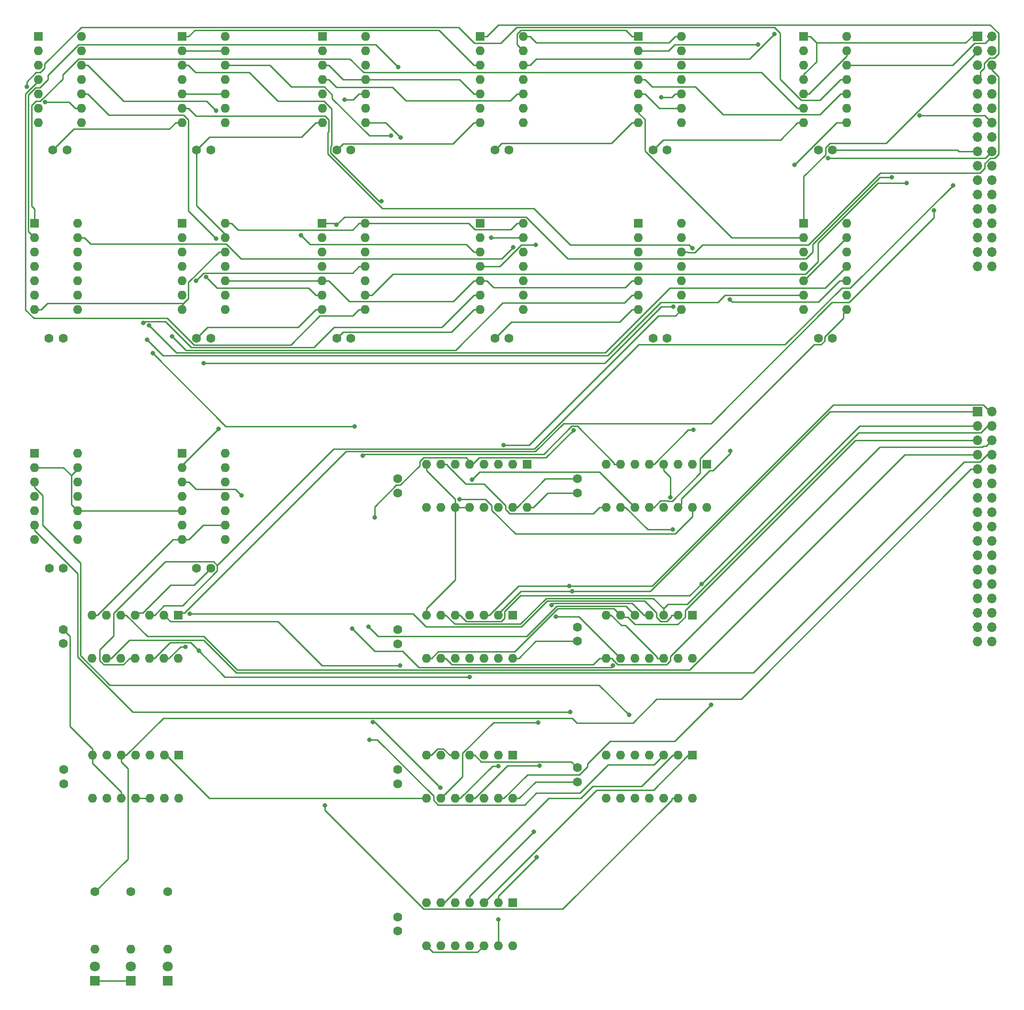
<source format=gbr>
%TF.GenerationSoftware,KiCad,Pcbnew,7.0.7*%
%TF.CreationDate,2023-10-17T22:58:22+09:00*%
%TF.ProjectId,ALU,414c552e-6b69-4636-9164-5f7063625858,rev?*%
%TF.SameCoordinates,Original*%
%TF.FileFunction,Copper,L2,Bot*%
%TF.FilePolarity,Positive*%
%FSLAX46Y46*%
G04 Gerber Fmt 4.6, Leading zero omitted, Abs format (unit mm)*
G04 Created by KiCad (PCBNEW 7.0.7) date 2023-10-17 22:58:22*
%MOMM*%
%LPD*%
G01*
G04 APERTURE LIST*
%TA.AperFunction,ComponentPad*%
%ADD10R,1.600000X1.600000*%
%TD*%
%TA.AperFunction,ComponentPad*%
%ADD11O,1.600000X1.600000*%
%TD*%
%TA.AperFunction,ComponentPad*%
%ADD12C,1.600000*%
%TD*%
%TA.AperFunction,ComponentPad*%
%ADD13R,1.800000X1.800000*%
%TD*%
%TA.AperFunction,ComponentPad*%
%ADD14C,1.800000*%
%TD*%
%TA.AperFunction,ComponentPad*%
%ADD15R,1.700000X1.700000*%
%TD*%
%TA.AperFunction,ComponentPad*%
%ADD16O,1.700000X1.700000*%
%TD*%
%TA.AperFunction,ViaPad*%
%ADD17C,0.800000*%
%TD*%
%TA.AperFunction,Conductor*%
%ADD18C,0.250000*%
%TD*%
G04 APERTURE END LIST*
D10*
%TO.P,U4,1*%
%TO.N,A4*%
X139710000Y-68580000D03*
D11*
%TO.P,U4,2*%
%TO.N,Net-(U3-Pad10)*%
X139710000Y-71120000D03*
%TO.P,U4,3*%
%TO.N,AA4*%
X139710000Y-73660000D03*
%TO.P,U4,4*%
%TO.N,A4*%
X139710000Y-76200000D03*
%TO.P,U4,5*%
%TO.N,A{slash}L*%
X139710000Y-78740000D03*
%TO.P,U4,6*%
%TO.N,LA4*%
X139710000Y-81280000D03*
%TO.P,U4,7,GND*%
%TO.N,GND*%
X139710000Y-83820000D03*
%TO.P,U4,8*%
%TO.N,AA5*%
X147330000Y-83820000D03*
%TO.P,U4,9*%
%TO.N,A5*%
X147330000Y-81280000D03*
%TO.P,U4,10*%
%TO.N,Net-(U3-Pad12)*%
X147330000Y-78740000D03*
%TO.P,U4,11*%
%TO.N,LA5*%
X147330000Y-76200000D03*
%TO.P,U4,12*%
%TO.N,A5*%
X147330000Y-73660000D03*
%TO.P,U4,13*%
%TO.N,A{slash}L*%
X147330000Y-71120000D03*
%TO.P,U4,14,Vcc*%
%TO.N,+5V*%
X147330000Y-68580000D03*
%TD*%
D10*
%TO.P,U9,1*%
%TO.N,AB4*%
X33660000Y-35560000D03*
D11*
%TO.P,U9,2*%
%TO.N,Net-(U2A-CIN)*%
X33660000Y-38100000D03*
%TO.P,U9,3*%
%TO.N,Net-(U5A-B0)*%
X33660000Y-40640000D03*
%TO.P,U9,4*%
%TO.N,AB5*%
X33660000Y-43180000D03*
%TO.P,U9,5*%
%TO.N,Net-(U2A-CIN)*%
X33660000Y-45720000D03*
%TO.P,U9,6*%
%TO.N,Net-(U5A-B1)*%
X33660000Y-48260000D03*
%TO.P,U9,7,GND*%
%TO.N,GND*%
X33660000Y-50800000D03*
%TO.P,U9,8*%
%TO.N,Net-(U14-Pad1)*%
X41280000Y-50800000D03*
%TO.P,U9,9*%
%TO.N,Net-(U5A-B0)*%
X41280000Y-48260000D03*
%TO.P,U9,10*%
%TO.N,AA4*%
X41280000Y-45720000D03*
%TO.P,U9,11*%
%TO.N,OF*%
X41280000Y-43180000D03*
%TO.P,U9,12*%
%TO.N,Net-(U5A-S2)*%
X41280000Y-40640000D03*
%TO.P,U9,13*%
%TO.N,Net-(U16-Pad3)*%
X41280000Y-38100000D03*
%TO.P,U9,14,Vcc*%
%TO.N,+5V*%
X41280000Y-35560000D03*
%TD*%
D10*
%TO.P,U12,1*%
%TO.N,B4*%
X83830000Y-68580000D03*
D11*
%TO.P,U12,2*%
%TO.N,Net-(U12-Pad2)*%
X83830000Y-71120000D03*
%TO.P,U12,3*%
%TO.N,AB4*%
X83830000Y-73660000D03*
%TO.P,U12,4*%
%TO.N,B4*%
X83830000Y-76200000D03*
%TO.P,U12,5*%
%TO.N,A{slash}L*%
X83830000Y-78740000D03*
%TO.P,U12,6*%
%TO.N,LB4*%
X83830000Y-81280000D03*
%TO.P,U12,7,GND*%
%TO.N,GND*%
X83830000Y-83820000D03*
%TO.P,U12,8*%
%TO.N,AB5*%
X91450000Y-83820000D03*
%TO.P,U12,9*%
%TO.N,B5*%
X91450000Y-81280000D03*
%TO.P,U12,10*%
%TO.N,Net-(U12-Pad10)*%
X91450000Y-78740000D03*
%TO.P,U12,11*%
%TO.N,LB5*%
X91450000Y-76200000D03*
%TO.P,U12,12*%
%TO.N,B5*%
X91450000Y-73660000D03*
%TO.P,U12,13*%
%TO.N,A{slash}L*%
X91450000Y-71120000D03*
%TO.P,U12,14,Vcc*%
%TO.N,+5V*%
X91450000Y-68580000D03*
%TD*%
D10*
%TO.P,U10,1*%
%TO.N,B0*%
X111770000Y-35555000D03*
D11*
%TO.P,U10,2*%
%TO.N,Net-(U10-Pad2)*%
X111770000Y-38095000D03*
%TO.P,U10,3*%
%TO.N,AB0*%
X111770000Y-40635000D03*
%TO.P,U10,4*%
%TO.N,B0*%
X111770000Y-43175000D03*
%TO.P,U10,5*%
%TO.N,A{slash}L*%
X111770000Y-45715000D03*
%TO.P,U10,6*%
%TO.N,LB0*%
X111770000Y-48255000D03*
%TO.P,U10,7,GND*%
%TO.N,GND*%
X111770000Y-50795000D03*
%TO.P,U10,8*%
%TO.N,AB1*%
X119390000Y-50795000D03*
%TO.P,U10,9*%
%TO.N,B1*%
X119390000Y-48255000D03*
%TO.P,U10,10*%
%TO.N,Net-(U10-Pad10)*%
X119390000Y-45715000D03*
%TO.P,U10,11*%
%TO.N,LB1*%
X119390000Y-43175000D03*
%TO.P,U10,12*%
%TO.N,B1*%
X119390000Y-40635000D03*
%TO.P,U10,13*%
%TO.N,A{slash}L*%
X119390000Y-38095000D03*
%TO.P,U10,14,Vcc*%
%TO.N,+5V*%
X119390000Y-35555000D03*
%TD*%
D12*
%TO.P,C5,1*%
%TO.N,+5V*%
X88910000Y-55626000D03*
%TO.P,C5,2*%
%TO.N,GND*%
X86410000Y-55626000D03*
%TD*%
D10*
%TO.P,U24,1,~{R}*%
%TO.N,CLR*%
X58440000Y-162580000D03*
D11*
%TO.P,U24,2,D*%
%TO.N,SF*%
X55900000Y-162580000D03*
%TO.P,U24,3,CP*%
%TO.N,CLK*%
X53360000Y-162580000D03*
%TO.P,U24,4,~{S}*%
%TO.N,+5V*%
X50820000Y-162580000D03*
%TO.P,U24,5,Q*%
%TO.N,SFR*%
X48280000Y-162580000D03*
%TO.P,U24,6,~{Q}*%
%TO.N,unconnected-(U24A-~{Q}-Pad6)*%
X45740000Y-162580000D03*
%TO.P,U24,7,GND*%
%TO.N,GND*%
X43200000Y-162580000D03*
%TO.P,U24,8,~{Q}*%
%TO.N,unconnected-(U24B-~{Q}-Pad8)*%
X43200000Y-170200000D03*
%TO.P,U24,9,Q*%
%TO.N,unconnected-(U24B-Q-Pad9)*%
X45740000Y-170200000D03*
%TO.P,U24,10,~{S}*%
%TO.N,GND*%
X48280000Y-170200000D03*
%TO.P,U24,11,CP*%
X50820000Y-170200000D03*
%TO.P,U24,12,D*%
X53360000Y-170200000D03*
%TO.P,U24,13,~{R}*%
X55900000Y-170200000D03*
%TO.P,U24,14,Vcc*%
%TO.N,+5V*%
X58440000Y-170200000D03*
%TD*%
D12*
%TO.P,C18,1*%
%TO.N,+5V*%
X38100000Y-129545000D03*
%TO.P,C18,2*%
%TO.N,GND*%
X35600000Y-129545000D03*
%TD*%
D10*
%TO.P,U5,1,S1*%
%TO.N,AY5*%
X120015000Y-111125000D03*
D11*
%TO.P,U5,2,B1*%
%TO.N,Net-(U5A-B1)*%
X117475000Y-111125000D03*
%TO.P,U5,3,A1*%
%TO.N,AA5*%
X114935000Y-111125000D03*
%TO.P,U5,4,S0*%
%TO.N,AY4*%
X112395000Y-111125000D03*
%TO.P,U5,5,A0*%
%TO.N,AA4*%
X109855000Y-111125000D03*
%TO.P,U5,6,B0*%
%TO.N,Net-(U5A-B0)*%
X107315000Y-111125000D03*
%TO.P,U5,7,CIN*%
%TO.N,Net-(U2A-COUT)*%
X104775000Y-111125000D03*
%TO.P,U5,8,GND*%
%TO.N,GND*%
X102235000Y-111125000D03*
%TO.P,U5,9,COUT*%
%TO.N,unconnected-(U5A-COUT-Pad9)*%
X102235000Y-118745000D03*
%TO.P,U5,10,S3*%
%TO.N,unconnected-(U5A-S3-Pad10)*%
X104775000Y-118745000D03*
%TO.P,U5,11,B3*%
%TO.N,GND*%
X107315000Y-118745000D03*
%TO.P,U5,12,A3*%
X109855000Y-118745000D03*
%TO.P,U5,13,S2*%
%TO.N,Net-(U5A-S2)*%
X112395000Y-118745000D03*
%TO.P,U5,14,A2*%
%TO.N,GND*%
X114935000Y-118745000D03*
%TO.P,U5,15,B2*%
X117475000Y-118745000D03*
%TO.P,U5,16,Vcc*%
%TO.N,+5V*%
X120015000Y-118745000D03*
%TD*%
D12*
%TO.P,C17,1*%
%TO.N,+5V*%
X128900000Y-142435000D03*
%TO.P,C17,2*%
%TO.N,GND*%
X128900000Y-139935000D03*
%TD*%
D10*
%TO.P,U7,1*%
%TO.N,AB0*%
X59060000Y-35560000D03*
D11*
%TO.P,U7,2*%
%TO.N,Net-(U2A-CIN)*%
X59060000Y-38100000D03*
%TO.P,U7,3*%
%TO.N,Net-(U2A-B0)*%
X59060000Y-40640000D03*
%TO.P,U7,4*%
%TO.N,AB1*%
X59060000Y-43180000D03*
%TO.P,U7,5*%
%TO.N,Net-(U2A-CIN)*%
X59060000Y-45720000D03*
%TO.P,U7,6*%
%TO.N,Net-(U2A-B1)*%
X59060000Y-48260000D03*
%TO.P,U7,7,GND*%
%TO.N,GND*%
X59060000Y-50800000D03*
%TO.P,U7,8*%
%TO.N,Net-(U2A-B2)*%
X66680000Y-50800000D03*
%TO.P,U7,9*%
%TO.N,AB2*%
X66680000Y-48260000D03*
%TO.P,U7,10*%
%TO.N,Net-(U2A-CIN)*%
X66680000Y-45720000D03*
%TO.P,U7,11*%
%TO.N,Net-(U2A-B3)*%
X66680000Y-43180000D03*
%TO.P,U7,12*%
%TO.N,AB3*%
X66680000Y-40640000D03*
%TO.P,U7,13*%
%TO.N,Net-(U2A-CIN)*%
X66680000Y-38100000D03*
%TO.P,U7,14,Vcc*%
%TO.N,+5V*%
X66680000Y-35560000D03*
%TD*%
D10*
%TO.P,U15,1*%
%TO.N,Net-(U14-Pad11)*%
X117480000Y-162570000D03*
D11*
%TO.P,U15,2*%
%TO.N,Net-(U13-Pad13)*%
X114940000Y-162570000D03*
%TO.P,U15,3*%
%TO.N,ZF*%
X112400000Y-162570000D03*
%TO.P,U15,4*%
%TO.N,GND*%
X109860000Y-162570000D03*
%TO.P,U15,5*%
X107320000Y-162570000D03*
%TO.P,U15,6*%
%TO.N,unconnected-(U15-Pad6)*%
X104780000Y-162570000D03*
%TO.P,U15,7,GND*%
%TO.N,GND*%
X102240000Y-162570000D03*
%TO.P,U15,8*%
%TO.N,SF*%
X102240000Y-170190000D03*
%TO.P,U15,9*%
%TO.N,AY5*%
X104780000Y-170190000D03*
%TO.P,U15,10*%
%TO.N,Net-(U13-Pad13)*%
X107320000Y-170190000D03*
%TO.P,U15,11*%
%TO.N,Net-(U2A-CIN)*%
X109860000Y-170190000D03*
%TO.P,U15,12*%
%TO.N,Net-(U15-Pad12)*%
X112400000Y-170190000D03*
%TO.P,U15,13*%
%TO.N,+{slash}-*%
X114940000Y-170190000D03*
%TO.P,U15,14,Vcc*%
%TO.N,+5V*%
X117480000Y-170190000D03*
%TD*%
D12*
%TO.P,C11,1*%
%TO.N,+5V*%
X144790000Y-55626000D03*
%TO.P,C11,2*%
%TO.N,GND*%
X142290000Y-55626000D03*
%TD*%
%TO.P,R3,1*%
%TO.N,ZFR*%
X56515000Y-186690000D03*
D11*
%TO.P,R3,2*%
%TO.N,Net-(D3-A)*%
X56515000Y-196850000D03*
%TD*%
D10*
%TO.P,U1,1*%
%TO.N,A2*%
X168920000Y-68575000D03*
D11*
%TO.P,U1,2*%
%TO.N,Net-(U1-Pad2)*%
X168920000Y-71115000D03*
%TO.P,U1,3*%
%TO.N,AA2*%
X168920000Y-73655000D03*
%TO.P,U1,4*%
%TO.N,A2*%
X168920000Y-76195000D03*
%TO.P,U1,5*%
%TO.N,A{slash}L*%
X168920000Y-78735000D03*
%TO.P,U1,6*%
%TO.N,LA2*%
X168920000Y-81275000D03*
%TO.P,U1,7,GND*%
%TO.N,GND*%
X168920000Y-83815000D03*
%TO.P,U1,8*%
%TO.N,AA3*%
X176540000Y-83815000D03*
%TO.P,U1,9*%
%TO.N,A3*%
X176540000Y-81275000D03*
%TO.P,U1,10*%
%TO.N,Net-(U1-Pad10)*%
X176540000Y-78735000D03*
%TO.P,U1,11*%
%TO.N,LA3*%
X176540000Y-76195000D03*
%TO.P,U1,12*%
%TO.N,A3*%
X176540000Y-73655000D03*
%TO.P,U1,13*%
%TO.N,A{slash}L*%
X176540000Y-71115000D03*
%TO.P,U1,14,Vcc*%
%TO.N,+5V*%
X176540000Y-68575000D03*
%TD*%
D10*
%TO.P,U11,1*%
%TO.N,B2*%
X111760000Y-68580000D03*
D11*
%TO.P,U11,2*%
%TO.N,Net-(U11-Pad2)*%
X111760000Y-71120000D03*
%TO.P,U11,3*%
%TO.N,AB2*%
X111760000Y-73660000D03*
%TO.P,U11,4*%
%TO.N,B2*%
X111760000Y-76200000D03*
%TO.P,U11,5*%
%TO.N,A{slash}L*%
X111760000Y-78740000D03*
%TO.P,U11,6*%
%TO.N,LB2*%
X111760000Y-81280000D03*
%TO.P,U11,7,GND*%
%TO.N,GND*%
X111760000Y-83820000D03*
%TO.P,U11,8*%
%TO.N,AB3*%
X119380000Y-83820000D03*
%TO.P,U11,9*%
%TO.N,B3*%
X119380000Y-81280000D03*
%TO.P,U11,10*%
%TO.N,Net-(U11-Pad10)*%
X119380000Y-78740000D03*
%TO.P,U11,11*%
%TO.N,LB3*%
X119380000Y-76200000D03*
%TO.P,U11,12*%
%TO.N,B3*%
X119380000Y-73660000D03*
%TO.P,U11,13*%
%TO.N,A{slash}L*%
X119380000Y-71120000D03*
%TO.P,U11,14,Vcc*%
%TO.N,+5V*%
X119380000Y-68580000D03*
%TD*%
D12*
%TO.P,R2,1*%
%TO.N,OFR*%
X50038000Y-186690000D03*
D11*
%TO.P,R2,2*%
%TO.N,Net-(D2-A)*%
X50038000Y-196850000D03*
%TD*%
D12*
%TO.P,C21,1*%
%TO.N,+5V*%
X128910000Y-167250000D03*
%TO.P,C21,2*%
%TO.N,GND*%
X128910000Y-164750000D03*
%TD*%
D10*
%TO.P,U16,1*%
%TO.N,Net-(U14-Pad3)*%
X149230000Y-162570000D03*
D11*
%TO.P,U16,2*%
%TO.N,Net-(U14-Pad6)*%
X146690000Y-162570000D03*
%TO.P,U16,3*%
%TO.N,Net-(U16-Pad3)*%
X144150000Y-162570000D03*
%TO.P,U16,4*%
%TO.N,AY0*%
X141610000Y-162570000D03*
%TO.P,U16,5*%
%TO.N,LY0*%
X139070000Y-162570000D03*
%TO.P,U16,6*%
%TO.N,Y0*%
X136530000Y-162570000D03*
%TO.P,U16,7,GND*%
%TO.N,GND*%
X133990000Y-162570000D03*
%TO.P,U16,8*%
%TO.N,Y1*%
X133990000Y-170190000D03*
%TO.P,U16,9*%
%TO.N,AY1*%
X136530000Y-170190000D03*
%TO.P,U16,10*%
%TO.N,LY1*%
X139070000Y-170190000D03*
%TO.P,U16,11*%
%TO.N,Y2*%
X141610000Y-170190000D03*
%TO.P,U16,12*%
%TO.N,AY2*%
X144150000Y-170190000D03*
%TO.P,U16,13*%
%TO.N,LY2*%
X146690000Y-170190000D03*
%TO.P,U16,14,Vcc*%
%TO.N,+5V*%
X149230000Y-170190000D03*
%TD*%
D12*
%TO.P,C14,1*%
%TO.N,+5V*%
X38055000Y-88900000D03*
%TO.P,C14,2*%
%TO.N,GND*%
X35555000Y-88900000D03*
%TD*%
D13*
%TO.P,D3,1,K*%
%TO.N,GND*%
X56515000Y-202438000D03*
D14*
%TO.P,D3,2,A*%
%TO.N,Net-(D3-A)*%
X56515000Y-199898000D03*
%TD*%
D12*
%TO.P,C12,1*%
%TO.N,+5V*%
X174000000Y-55621000D03*
%TO.P,C12,2*%
%TO.N,GND*%
X171500000Y-55621000D03*
%TD*%
D10*
%TO.P,U21,1*%
%TO.N,Net-(U18-Pad3)*%
X59095000Y-109200000D03*
D11*
%TO.P,U21,2*%
%TO.N,A{slash}L*%
X59095000Y-111740000D03*
%TO.P,U21,3*%
%TO.N,LY4*%
X59095000Y-114280000D03*
%TO.P,U21,4*%
%TO.N,Net-(U18-Pad6)*%
X59095000Y-116820000D03*
%TO.P,U21,5*%
%TO.N,A{slash}L*%
X59095000Y-119360000D03*
%TO.P,U21,6*%
%TO.N,LY5*%
X59095000Y-121900000D03*
%TO.P,U21,7,GND*%
%TO.N,GND*%
X59095000Y-124440000D03*
%TO.P,U21,8*%
%TO.N,unconnected-(U21-Pad8)*%
X66715000Y-124440000D03*
%TO.P,U21,9*%
%TO.N,GND*%
X66715000Y-121900000D03*
%TO.P,U21,10*%
X66715000Y-119360000D03*
%TO.P,U21,11*%
%TO.N,unconnected-(U21-Pad11)*%
X66715000Y-116820000D03*
%TO.P,U21,12*%
%TO.N,GND*%
X66715000Y-114280000D03*
%TO.P,U21,13*%
X66715000Y-111740000D03*
%TO.P,U21,14,Vcc*%
%TO.N,+5V*%
X66715000Y-109200000D03*
%TD*%
D12*
%TO.P,C10,1*%
%TO.N,+5V*%
X97155000Y-116205000D03*
%TO.P,C10,2*%
%TO.N,GND*%
X97155000Y-113705000D03*
%TD*%
%TO.P,C9,1*%
%TO.N,+5V*%
X128905000Y-116205000D03*
%TO.P,C9,2*%
%TO.N,GND*%
X128905000Y-113705000D03*
%TD*%
%TO.P,C2,1*%
%TO.N,+5V*%
X88900000Y-88905000D03*
%TO.P,C2,2*%
%TO.N,GND*%
X86400000Y-88905000D03*
%TD*%
D10*
%TO.P,U14,1*%
%TO.N,Net-(U14-Pad1)*%
X117475000Y-188595000D03*
D11*
%TO.P,U14,2*%
%TO.N,Net-(U2A-COUT)*%
X114935000Y-188595000D03*
%TO.P,U14,3*%
%TO.N,Net-(U14-Pad3)*%
X112395000Y-188595000D03*
%TO.P,U14,4*%
%TO.N,Net-(U5A-B0)*%
X109855000Y-188595000D03*
%TO.P,U14,5*%
%TO.N,AA4*%
X107315000Y-188595000D03*
%TO.P,U14,6*%
%TO.N,Net-(U14-Pad6)*%
X104775000Y-188595000D03*
%TO.P,U14,7,GND*%
%TO.N,GND*%
X102235000Y-188595000D03*
%TO.P,U14,8*%
%TO.N,Net-(U14-Pad12)*%
X102235000Y-196215000D03*
%TO.P,U14,9*%
%TO.N,Net-(U13-Pad1)*%
X104775000Y-196215000D03*
%TO.P,U14,10*%
%TO.N,Net-(U13-Pad4)*%
X107315000Y-196215000D03*
%TO.P,U14,11*%
%TO.N,Net-(U14-Pad11)*%
X109855000Y-196215000D03*
%TO.P,U14,12*%
%TO.N,Net-(U14-Pad12)*%
X112395000Y-196215000D03*
%TO.P,U14,13*%
%TO.N,Net-(U13-Pad10)*%
X114935000Y-196215000D03*
%TO.P,U14,14,Vcc*%
%TO.N,+5V*%
X117475000Y-196215000D03*
%TD*%
D12*
%TO.P,C20,1*%
%TO.N,+5V*%
X97155000Y-193635000D03*
%TO.P,C20,2*%
%TO.N,GND*%
X97155000Y-191135000D03*
%TD*%
%TO.P,C3,1*%
%TO.N,+5V*%
X116840000Y-88900000D03*
%TO.P,C3,2*%
%TO.N,GND*%
X114340000Y-88900000D03*
%TD*%
D10*
%TO.P,U23,1,~{R}*%
%TO.N,CLR*%
X58420000Y-137795000D03*
D11*
%TO.P,U23,2,D*%
%TO.N,ZF*%
X55880000Y-137795000D03*
%TO.P,U23,3,CP*%
%TO.N,CLK*%
X53340000Y-137795000D03*
%TO.P,U23,4,~{S}*%
%TO.N,+5V*%
X50800000Y-137795000D03*
%TO.P,U23,5,Q*%
%TO.N,ZFR*%
X48260000Y-137795000D03*
%TO.P,U23,6,~{Q}*%
%TO.N,unconnected-(U23A-~{Q}-Pad6)*%
X45720000Y-137795000D03*
%TO.P,U23,7,GND*%
%TO.N,GND*%
X43180000Y-137795000D03*
%TO.P,U23,8,~{Q}*%
%TO.N,unconnected-(U23B-~{Q}-Pad8)*%
X43180000Y-145415000D03*
%TO.P,U23,9,Q*%
%TO.N,OFR*%
X45720000Y-145415000D03*
%TO.P,U23,10,~{S}*%
%TO.N,+5V*%
X48260000Y-145415000D03*
%TO.P,U23,11,CP*%
%TO.N,CLK*%
X50800000Y-145415000D03*
%TO.P,U23,12,D*%
%TO.N,OF*%
X53340000Y-145415000D03*
%TO.P,U23,13,~{R}*%
%TO.N,CLR*%
X55880000Y-145415000D03*
%TO.P,U23,14,Vcc*%
%TO.N,+5V*%
X58420000Y-145415000D03*
%TD*%
D12*
%TO.P,C23,1*%
%TO.N,+5V*%
X38095000Y-142865000D03*
%TO.P,C23,2*%
%TO.N,GND*%
X38095000Y-140365000D03*
%TD*%
D10*
%TO.P,U3,1*%
%TO.N,A{slash}L*%
X139710000Y-35560000D03*
D11*
%TO.P,U3,2*%
%TO.N,Net-(U3-Pad2)*%
X139710000Y-38100000D03*
%TO.P,U3,3*%
%TO.N,A{slash}L*%
X139710000Y-40640000D03*
%TO.P,U3,4*%
%TO.N,Net-(U3-Pad4)*%
X139710000Y-43180000D03*
%TO.P,U3,5*%
%TO.N,A{slash}L*%
X139710000Y-45720000D03*
%TO.P,U3,6*%
%TO.N,Net-(U1-Pad2)*%
X139710000Y-48260000D03*
%TO.P,U3,7,GND*%
%TO.N,GND*%
X139710000Y-50800000D03*
%TO.P,U3,8*%
%TO.N,Net-(U1-Pad10)*%
X147330000Y-50800000D03*
%TO.P,U3,9*%
%TO.N,A{slash}L*%
X147330000Y-48260000D03*
%TO.P,U3,10*%
%TO.N,Net-(U3-Pad10)*%
X147330000Y-45720000D03*
%TO.P,U3,11*%
%TO.N,A{slash}L*%
X147330000Y-43180000D03*
%TO.P,U3,12*%
%TO.N,Net-(U3-Pad12)*%
X147330000Y-40640000D03*
%TO.P,U3,13*%
%TO.N,A{slash}L*%
X147330000Y-38100000D03*
%TO.P,U3,14,Vcc*%
%TO.N,+5V*%
X147330000Y-35560000D03*
%TD*%
D12*
%TO.P,C6,1*%
%TO.N,+5V*%
X144780000Y-88905000D03*
%TO.P,C6,2*%
%TO.N,GND*%
X142280000Y-88905000D03*
%TD*%
%TO.P,C8,1*%
%TO.N,+5V*%
X116840000Y-55626000D03*
%TO.P,C8,2*%
%TO.N,GND*%
X114340000Y-55626000D03*
%TD*%
%TO.P,C15,1*%
%TO.N,+5V*%
X97155000Y-142875000D03*
%TO.P,C15,2*%
%TO.N,GND*%
X97155000Y-140375000D03*
%TD*%
%TO.P,R1,1*%
%TO.N,SFR*%
X43688000Y-186695000D03*
D11*
%TO.P,R1,2*%
%TO.N,Net-(D1-A)*%
X43688000Y-196855000D03*
%TD*%
D10*
%TO.P,U19,1*%
%TO.N,AY3*%
X149225000Y-137795000D03*
D11*
%TO.P,U19,2*%
%TO.N,LY3*%
X146685000Y-137795000D03*
%TO.P,U19,3*%
%TO.N,Y3*%
X144145000Y-137795000D03*
%TO.P,U19,4*%
%TO.N,AY4*%
X141605000Y-137795000D03*
%TO.P,U19,5*%
%TO.N,LY4*%
X139065000Y-137795000D03*
%TO.P,U19,6*%
%TO.N,Y4*%
X136525000Y-137795000D03*
%TO.P,U19,7,GND*%
%TO.N,GND*%
X133985000Y-137795000D03*
%TO.P,U19,8*%
%TO.N,Y5*%
X133985000Y-145415000D03*
%TO.P,U19,9*%
%TO.N,AY5*%
X136525000Y-145415000D03*
%TO.P,U19,10*%
%TO.N,LY5*%
X139065000Y-145415000D03*
%TO.P,U19,11*%
%TO.N,unconnected-(U19-Pad11)*%
X141605000Y-145415000D03*
%TO.P,U19,12*%
%TO.N,GND*%
X144145000Y-145415000D03*
%TO.P,U19,13*%
X146685000Y-145415000D03*
%TO.P,U19,14,Vcc*%
%TO.N,+5V*%
X149225000Y-145415000D03*
%TD*%
D12*
%TO.P,C4,1*%
%TO.N,+5V*%
X64130000Y-55631000D03*
%TO.P,C4,2*%
%TO.N,GND*%
X61630000Y-55631000D03*
%TD*%
D10*
%TO.P,U13,1*%
%TO.N,Net-(U13-Pad1)*%
X117480000Y-137805000D03*
D11*
%TO.P,U13,2*%
%TO.N,Y0*%
X114940000Y-137805000D03*
%TO.P,U13,3*%
%TO.N,Y1*%
X112400000Y-137805000D03*
%TO.P,U13,4*%
%TO.N,Net-(U13-Pad4)*%
X109860000Y-137805000D03*
%TO.P,U13,5*%
%TO.N,Y2*%
X107320000Y-137805000D03*
%TO.P,U13,6*%
%TO.N,Y3*%
X104780000Y-137805000D03*
%TO.P,U13,7,GND*%
%TO.N,GND*%
X102240000Y-137805000D03*
%TO.P,U13,8*%
%TO.N,Y4*%
X102240000Y-145425000D03*
%TO.P,U13,9*%
%TO.N,Y5*%
X104780000Y-145425000D03*
%TO.P,U13,10*%
%TO.N,Net-(U13-Pad10)*%
X107320000Y-145425000D03*
%TO.P,U13,11*%
%TO.N,OF*%
X109860000Y-145425000D03*
%TO.P,U13,12*%
X112400000Y-145425000D03*
%TO.P,U13,13*%
%TO.N,Net-(U13-Pad13)*%
X114940000Y-145425000D03*
%TO.P,U13,14,Vcc*%
%TO.N,+5V*%
X117480000Y-145425000D03*
%TD*%
D10*
%TO.P,U20,1*%
%TO.N,Net-(U17-Pad3)*%
X33020000Y-109220000D03*
D11*
%TO.P,U20,2*%
%TO.N,A{slash}L*%
X33020000Y-111760000D03*
%TO.P,U20,3*%
%TO.N,LY0*%
X33020000Y-114300000D03*
%TO.P,U20,4*%
%TO.N,Net-(U17-Pad6)*%
X33020000Y-116840000D03*
%TO.P,U20,5*%
%TO.N,A{slash}L*%
X33020000Y-119380000D03*
%TO.P,U20,6*%
%TO.N,LY1*%
X33020000Y-121920000D03*
%TO.P,U20,7,GND*%
%TO.N,GND*%
X33020000Y-124460000D03*
%TO.P,U20,8*%
%TO.N,LY2*%
X40640000Y-124460000D03*
%TO.P,U20,9*%
%TO.N,Net-(U17-Pad8)*%
X40640000Y-121920000D03*
%TO.P,U20,10*%
%TO.N,A{slash}L*%
X40640000Y-119380000D03*
%TO.P,U20,11*%
%TO.N,LY3*%
X40640000Y-116840000D03*
%TO.P,U20,12*%
%TO.N,Net-(U17-Pad11)*%
X40640000Y-114300000D03*
%TO.P,U20,13*%
%TO.N,A{slash}L*%
X40640000Y-111760000D03*
%TO.P,U20,14,Vcc*%
%TO.N,+5V*%
X40640000Y-109220000D03*
%TD*%
D10*
%TO.P,U18,1*%
%TO.N,LA4*%
X59065000Y-68575000D03*
D11*
%TO.P,U18,2*%
%TO.N,LB4*%
X59065000Y-71115000D03*
%TO.P,U18,3*%
%TO.N,Net-(U18-Pad3)*%
X59065000Y-73655000D03*
%TO.P,U18,4*%
%TO.N,LA5*%
X59065000Y-76195000D03*
%TO.P,U18,5*%
%TO.N,LB5*%
X59065000Y-78735000D03*
%TO.P,U18,6*%
%TO.N,Net-(U18-Pad6)*%
X59065000Y-81275000D03*
%TO.P,U18,7,GND*%
%TO.N,GND*%
X59065000Y-83815000D03*
%TO.P,U18,8*%
%TO.N,Net-(U15-Pad12)*%
X66685000Y-83815000D03*
%TO.P,U18,9*%
%TO.N,A{slash}L*%
X66685000Y-81275000D03*
%TO.P,U18,10*%
X66685000Y-78735000D03*
%TO.P,U18,11*%
%TO.N,unconnected-(U18-Pad11)*%
X66685000Y-76195000D03*
%TO.P,U18,12*%
%TO.N,GND*%
X66685000Y-73655000D03*
%TO.P,U18,13*%
X66685000Y-71115000D03*
%TO.P,U18,14,Vcc*%
%TO.N,+5V*%
X66685000Y-68575000D03*
%TD*%
D10*
%TO.P,U8,1*%
%TO.N,A{slash}L*%
X83840000Y-35555000D03*
D11*
%TO.P,U8,2*%
%TO.N,Net-(U10-Pad2)*%
X83840000Y-38095000D03*
%TO.P,U8,3*%
%TO.N,A{slash}L*%
X83840000Y-40635000D03*
%TO.P,U8,4*%
%TO.N,Net-(U10-Pad10)*%
X83840000Y-43175000D03*
%TO.P,U8,5*%
%TO.N,A{slash}L*%
X83840000Y-45715000D03*
%TO.P,U8,6*%
%TO.N,Net-(U11-Pad2)*%
X83840000Y-48255000D03*
%TO.P,U8,7,GND*%
%TO.N,GND*%
X83840000Y-50795000D03*
%TO.P,U8,8*%
%TO.N,Net-(U11-Pad10)*%
X91460000Y-50795000D03*
%TO.P,U8,9*%
%TO.N,A{slash}L*%
X91460000Y-48255000D03*
%TO.P,U8,10*%
%TO.N,Net-(U12-Pad2)*%
X91460000Y-45715000D03*
%TO.P,U8,11*%
%TO.N,A{slash}L*%
X91460000Y-43175000D03*
%TO.P,U8,12*%
%TO.N,Net-(U12-Pad10)*%
X91460000Y-40635000D03*
%TO.P,U8,13*%
%TO.N,A{slash}L*%
X91460000Y-38095000D03*
%TO.P,U8,14,Vcc*%
%TO.N,+5V*%
X91460000Y-35555000D03*
%TD*%
D15*
%TO.P,J1,1,Pin_1*%
%TO.N,A0*%
X199644000Y-35560000D03*
D16*
%TO.P,J1,2,Pin_2*%
%TO.N,A1*%
X202184000Y-35560000D03*
%TO.P,J1,3,Pin_3*%
%TO.N,A2*%
X199644000Y-38100000D03*
%TO.P,J1,4,Pin_4*%
%TO.N,A3*%
X202184000Y-38100000D03*
%TO.P,J1,5,Pin_5*%
%TO.N,A4*%
X199644000Y-40640000D03*
%TO.P,J1,6,Pin_6*%
%TO.N,A5*%
X202184000Y-40640000D03*
%TO.P,J1,7,Pin_7*%
%TO.N,B0*%
X199644000Y-43180000D03*
%TO.P,J1,8,Pin_8*%
%TO.N,B1*%
X202184000Y-43180000D03*
%TO.P,J1,9,Pin_9*%
%TO.N,B2*%
X199644000Y-45720000D03*
%TO.P,J1,10,Pin_10*%
%TO.N,B3*%
X202184000Y-45720000D03*
%TO.P,J1,11,Pin_11*%
%TO.N,B4*%
X199644000Y-48260000D03*
%TO.P,J1,12,Pin_12*%
%TO.N,B5*%
X202184000Y-48260000D03*
%TO.P,J1,13,Pin_13*%
%TO.N,+{slash}-*%
X199644000Y-50800000D03*
%TO.P,J1,14,Pin_14*%
%TO.N,A{slash}L*%
X202184000Y-50800000D03*
%TO.P,J1,15,Pin_15*%
%TO.N,CLR*%
X199644000Y-53340000D03*
%TO.P,J1,16,Pin_16*%
%TO.N,CLK*%
X202184000Y-53340000D03*
%TO.P,J1,17,Pin_17*%
%TO.N,+5V*%
X199644000Y-55880000D03*
%TO.P,J1,18,Pin_18*%
%TO.N,GND*%
X202184000Y-55880000D03*
%TO.P,J1,19,Pin_19*%
%TO.N,unconnected-(J1-Pin_19-Pad19)*%
X199644000Y-58420000D03*
%TO.P,J1,20,Pin_20*%
%TO.N,unconnected-(J1-Pin_20-Pad20)*%
X202184000Y-58420000D03*
%TO.P,J1,21,Pin_21*%
%TO.N,unconnected-(J1-Pin_21-Pad21)*%
X199644000Y-60960000D03*
%TO.P,J1,22,Pin_22*%
%TO.N,unconnected-(J1-Pin_22-Pad22)*%
X202184000Y-60960000D03*
%TO.P,J1,23,Pin_23*%
%TO.N,unconnected-(J1-Pin_23-Pad23)*%
X199644000Y-63500000D03*
%TO.P,J1,24,Pin_24*%
%TO.N,unconnected-(J1-Pin_24-Pad24)*%
X202184000Y-63500000D03*
%TO.P,J1,25,Pin_25*%
%TO.N,unconnected-(J1-Pin_25-Pad25)*%
X199644000Y-66040000D03*
%TO.P,J1,26,Pin_26*%
%TO.N,unconnected-(J1-Pin_26-Pad26)*%
X202184000Y-66040000D03*
%TO.P,J1,27,Pin_27*%
%TO.N,unconnected-(J1-Pin_27-Pad27)*%
X199644000Y-68580000D03*
%TO.P,J1,28,Pin_28*%
%TO.N,unconnected-(J1-Pin_28-Pad28)*%
X202184000Y-68580000D03*
%TO.P,J1,29,Pin_29*%
%TO.N,unconnected-(J1-Pin_29-Pad29)*%
X199644000Y-71120000D03*
%TO.P,J1,30,Pin_30*%
%TO.N,unconnected-(J1-Pin_30-Pad30)*%
X202184000Y-71120000D03*
%TO.P,J1,31,Pin_31*%
%TO.N,unconnected-(J1-Pin_31-Pad31)*%
X199644000Y-73660000D03*
%TO.P,J1,32,Pin_32*%
%TO.N,unconnected-(J1-Pin_32-Pad32)*%
X202184000Y-73660000D03*
%TO.P,J1,33,Pin_33*%
%TO.N,unconnected-(J1-Pin_33-Pad33)*%
X199644000Y-76200000D03*
%TO.P,J1,34,Pin_34*%
%TO.N,unconnected-(J1-Pin_34-Pad34)*%
X202184000Y-76200000D03*
%TD*%
D12*
%TO.P,C1,1*%
%TO.N,+5V*%
X38730000Y-55631000D03*
%TO.P,C1,2*%
%TO.N,GND*%
X36230000Y-55631000D03*
%TD*%
%TO.P,C16,1*%
%TO.N,+5V*%
X97160000Y-167610000D03*
%TO.P,C16,2*%
%TO.N,GND*%
X97160000Y-165110000D03*
%TD*%
D13*
%TO.P,D1,1,K*%
%TO.N,GND*%
X43688000Y-202443000D03*
D14*
%TO.P,D1,2,A*%
%TO.N,Net-(D1-A)*%
X43688000Y-199903000D03*
%TD*%
D12*
%TO.P,C19,1*%
%TO.N,+5V*%
X64135000Y-129520000D03*
%TO.P,C19,2*%
%TO.N,GND*%
X61635000Y-129520000D03*
%TD*%
D10*
%TO.P,U17,1*%
%TO.N,LA0*%
X33025000Y-68580000D03*
D11*
%TO.P,U17,2*%
%TO.N,LB0*%
X33025000Y-71120000D03*
%TO.P,U17,3*%
%TO.N,Net-(U17-Pad3)*%
X33025000Y-73660000D03*
%TO.P,U17,4*%
%TO.N,LA1*%
X33025000Y-76200000D03*
%TO.P,U17,5*%
%TO.N,LB1*%
X33025000Y-78740000D03*
%TO.P,U17,6*%
%TO.N,Net-(U17-Pad6)*%
X33025000Y-81280000D03*
%TO.P,U17,7,GND*%
%TO.N,GND*%
X33025000Y-83820000D03*
%TO.P,U17,8*%
%TO.N,Net-(U17-Pad8)*%
X40645000Y-83820000D03*
%TO.P,U17,9*%
%TO.N,LA2*%
X40645000Y-81280000D03*
%TO.P,U17,10*%
%TO.N,LB2*%
X40645000Y-78740000D03*
%TO.P,U17,11*%
%TO.N,Net-(U17-Pad11)*%
X40645000Y-76200000D03*
%TO.P,U17,12*%
%TO.N,LA3*%
X40645000Y-73660000D03*
%TO.P,U17,13*%
%TO.N,LB3*%
X40645000Y-71120000D03*
%TO.P,U17,14,Vcc*%
%TO.N,+5V*%
X40645000Y-68580000D03*
%TD*%
D10*
%TO.P,U6,1*%
%TO.N,A0*%
X168920000Y-35555000D03*
D11*
%TO.P,U6,2*%
%TO.N,Net-(U3-Pad2)*%
X168920000Y-38095000D03*
%TO.P,U6,3*%
%TO.N,AA0*%
X168920000Y-40635000D03*
%TO.P,U6,4*%
%TO.N,A0*%
X168920000Y-43175000D03*
%TO.P,U6,5*%
%TO.N,A{slash}L*%
X168920000Y-45715000D03*
%TO.P,U6,6*%
%TO.N,LA0*%
X168920000Y-48255000D03*
%TO.P,U6,7,GND*%
%TO.N,GND*%
X168920000Y-50795000D03*
%TO.P,U6,8*%
%TO.N,AA1*%
X176540000Y-50795000D03*
%TO.P,U6,9*%
%TO.N,A1*%
X176540000Y-48255000D03*
%TO.P,U6,10*%
%TO.N,Net-(U3-Pad4)*%
X176540000Y-45715000D03*
%TO.P,U6,11*%
%TO.N,LA1*%
X176540000Y-43175000D03*
%TO.P,U6,12*%
%TO.N,A1*%
X176540000Y-40635000D03*
%TO.P,U6,13*%
%TO.N,A{slash}L*%
X176540000Y-38095000D03*
%TO.P,U6,14,Vcc*%
%TO.N,+5V*%
X176540000Y-35555000D03*
%TD*%
D12*
%TO.P,C7,1*%
%TO.N,+5V*%
X173990000Y-88900000D03*
%TO.P,C7,2*%
%TO.N,GND*%
X171490000Y-88900000D03*
%TD*%
%TO.P,C13,1*%
%TO.N,+5V*%
X64135000Y-88895000D03*
%TO.P,C13,2*%
%TO.N,GND*%
X61635000Y-88895000D03*
%TD*%
%TO.P,C22,1*%
%TO.N,+5V*%
X38120000Y-167620000D03*
%TO.P,C22,2*%
%TO.N,GND*%
X38120000Y-165120000D03*
%TD*%
D10*
%TO.P,U2,1,S1*%
%TO.N,AY1*%
X151765000Y-111125000D03*
D11*
%TO.P,U2,2,B1*%
%TO.N,Net-(U2A-B1)*%
X149225000Y-111125000D03*
%TO.P,U2,3,A1*%
%TO.N,AA1*%
X146685000Y-111125000D03*
%TO.P,U2,4,S0*%
%TO.N,AY0*%
X144145000Y-111125000D03*
%TO.P,U2,5,A0*%
%TO.N,AA0*%
X141605000Y-111125000D03*
%TO.P,U2,6,B0*%
%TO.N,Net-(U2A-B0)*%
X139065000Y-111125000D03*
%TO.P,U2,7,CIN*%
%TO.N,Net-(U2A-CIN)*%
X136525000Y-111125000D03*
%TO.P,U2,8,GND*%
%TO.N,GND*%
X133985000Y-111125000D03*
%TO.P,U2,9,COUT*%
%TO.N,Net-(U2A-COUT)*%
X133985000Y-118745000D03*
%TO.P,U2,10,S3*%
%TO.N,AY3*%
X136525000Y-118745000D03*
%TO.P,U2,11,B3*%
%TO.N,Net-(U2A-B3)*%
X139065000Y-118745000D03*
%TO.P,U2,12,A3*%
%TO.N,AA3*%
X141605000Y-118745000D03*
%TO.P,U2,13,S2*%
%TO.N,AY2*%
X144145000Y-118745000D03*
%TO.P,U2,14,A2*%
%TO.N,AA2*%
X146685000Y-118745000D03*
%TO.P,U2,15,B2*%
%TO.N,Net-(U2A-B2)*%
X149225000Y-118745000D03*
%TO.P,U2,16,Vcc*%
%TO.N,+5V*%
X151765000Y-118745000D03*
%TD*%
D13*
%TO.P,D2,1,K*%
%TO.N,GND*%
X50038000Y-202438000D03*
D14*
%TO.P,D2,2,A*%
%TO.N,Net-(D2-A)*%
X50038000Y-199898000D03*
%TD*%
D15*
%TO.P,J2,1,Pin_1*%
%TO.N,Y0*%
X199644000Y-101854000D03*
D16*
%TO.P,J2,2,Pin_2*%
%TO.N,Y1*%
X202184000Y-101854000D03*
%TO.P,J2,3,Pin_3*%
%TO.N,Y2*%
X199644000Y-104394000D03*
%TO.P,J2,4,Pin_4*%
%TO.N,Y3*%
X202184000Y-104394000D03*
%TO.P,J2,5,Pin_5*%
%TO.N,Y4*%
X199644000Y-106934000D03*
%TO.P,J2,6,Pin_6*%
%TO.N,Y5*%
X202184000Y-106934000D03*
%TO.P,J2,7,Pin_7*%
%TO.N,ZFR*%
X199644000Y-109474000D03*
%TO.P,J2,8,Pin_8*%
%TO.N,OFR*%
X202184000Y-109474000D03*
%TO.P,J2,9,Pin_9*%
%TO.N,SFR*%
X199644000Y-112014000D03*
%TO.P,J2,10,Pin_10*%
%TO.N,unconnected-(J2-Pin_10-Pad10)*%
X202184000Y-112014000D03*
%TO.P,J2,11,Pin_11*%
%TO.N,unconnected-(J2-Pin_11-Pad11)*%
X199644000Y-114554000D03*
%TO.P,J2,12,Pin_12*%
%TO.N,unconnected-(J2-Pin_12-Pad12)*%
X202184000Y-114554000D03*
%TO.P,J2,13,Pin_13*%
%TO.N,unconnected-(J2-Pin_13-Pad13)*%
X199644000Y-117094000D03*
%TO.P,J2,14,Pin_14*%
%TO.N,unconnected-(J2-Pin_14-Pad14)*%
X202184000Y-117094000D03*
%TO.P,J2,15,Pin_15*%
%TO.N,unconnected-(J2-Pin_15-Pad15)*%
X199644000Y-119634000D03*
%TO.P,J2,16,Pin_16*%
%TO.N,unconnected-(J2-Pin_16-Pad16)*%
X202184000Y-119634000D03*
%TO.P,J2,17,Pin_17*%
%TO.N,unconnected-(J2-Pin_17-Pad17)*%
X199644000Y-122174000D03*
%TO.P,J2,18,Pin_18*%
%TO.N,unconnected-(J2-Pin_18-Pad18)*%
X202184000Y-122174000D03*
%TO.P,J2,19,Pin_19*%
%TO.N,unconnected-(J2-Pin_19-Pad19)*%
X199644000Y-124714000D03*
%TO.P,J2,20,Pin_20*%
%TO.N,unconnected-(J2-Pin_20-Pad20)*%
X202184000Y-124714000D03*
%TO.P,J2,21,Pin_21*%
%TO.N,unconnected-(J2-Pin_21-Pad21)*%
X199644000Y-127254000D03*
%TO.P,J2,22,Pin_22*%
%TO.N,unconnected-(J2-Pin_22-Pad22)*%
X202184000Y-127254000D03*
%TO.P,J2,23,Pin_23*%
%TO.N,unconnected-(J2-Pin_23-Pad23)*%
X199644000Y-129794000D03*
%TO.P,J2,24,Pin_24*%
%TO.N,unconnected-(J2-Pin_24-Pad24)*%
X202184000Y-129794000D03*
%TO.P,J2,25,Pin_25*%
%TO.N,unconnected-(J2-Pin_25-Pad25)*%
X199644000Y-132334000D03*
%TO.P,J2,26,Pin_26*%
%TO.N,unconnected-(J2-Pin_26-Pad26)*%
X202184000Y-132334000D03*
%TO.P,J2,27,Pin_27*%
%TO.N,unconnected-(J2-Pin_27-Pad27)*%
X199644000Y-134874000D03*
%TO.P,J2,28,Pin_28*%
%TO.N,unconnected-(J2-Pin_28-Pad28)*%
X202184000Y-134874000D03*
%TO.P,J2,29,Pin_29*%
%TO.N,unconnected-(J2-Pin_29-Pad29)*%
X199644000Y-137414000D03*
%TO.P,J2,30,Pin_30*%
%TO.N,unconnected-(J2-Pin_30-Pad30)*%
X202184000Y-137414000D03*
%TO.P,J2,31,Pin_31*%
%TO.N,unconnected-(J2-Pin_31-Pad31)*%
X199644000Y-139954000D03*
%TO.P,J2,32,Pin_32*%
%TO.N,unconnected-(J2-Pin_32-Pad32)*%
X202184000Y-139954000D03*
%TO.P,J2,33,Pin_33*%
%TO.N,unconnected-(J2-Pin_33-Pad33)*%
X199644000Y-142494000D03*
%TO.P,J2,34,Pin_34*%
%TO.N,unconnected-(J2-Pin_34-Pad34)*%
X202184000Y-142494000D03*
%TD*%
D17*
%TO.N,GND*%
X173223000Y-57089800D03*
%TO.N,B1*%
X163758800Y-35092600D03*
%TO.N,B2*%
X121595400Y-72390000D03*
%TO.N,B4*%
X184463100Y-60423000D03*
X86369300Y-68866600D03*
%TO.N,B5*%
X187081700Y-61494500D03*
%TO.N,+{slash}-*%
X152543500Y-153645200D03*
%TO.N,A{slash}L*%
X189409500Y-49530000D03*
X113723600Y-71120000D03*
X65527000Y-104887600D03*
%TO.N,CLR*%
X191902900Y-66260900D03*
X59706400Y-143399300D03*
%TO.N,CLK*%
X195280700Y-61842600D03*
%TO.N,Y0*%
X127992000Y-133600600D03*
%TO.N,Y1*%
X127507900Y-132621100D03*
%TO.N,Y2*%
X150835400Y-132319900D03*
%TO.N,AA2*%
X155934200Y-108802300D03*
%TO.N,LA2*%
X52858200Y-89146700D03*
%TO.N,Net-(U1-Pad10)*%
X155840000Y-82042000D03*
%TO.N,LA3*%
X53233100Y-86618100D03*
%TO.N,Net-(U2A-B1)*%
X149282900Y-72992600D03*
%TO.N,AA1*%
X167257500Y-58225000D03*
%TO.N,AY0*%
X145326600Y-116957700D03*
%TO.N,AA0*%
X149407000Y-105099200D03*
%TO.N,Net-(U2A-B0)*%
X94334700Y-64680400D03*
%TO.N,Net-(U2A-CIN)*%
X122263700Y-164432200D03*
X90993400Y-109641200D03*
%TO.N,Net-(U2A-COUT)*%
X121765300Y-180621900D03*
%TO.N,AY3*%
X145772000Y-122714500D03*
%TO.N,Net-(U2A-B3)*%
X110261400Y-113898900D03*
%TO.N,Net-(U2A-B2)*%
X108071500Y-117338900D03*
%TO.N,Net-(U3-Pad2)*%
X160822200Y-36993400D03*
%TO.N,Net-(U3-Pad10)*%
X143746000Y-46318100D03*
%TO.N,AA4*%
X65090300Y-71303500D03*
X93098200Y-120550700D03*
X128248500Y-105118700D03*
%TO.N,LA4*%
X57318500Y-88529300D03*
%TO.N,AA5*%
X115847300Y-107732300D03*
%TO.N,LA5*%
X62885000Y-93286400D03*
X145827800Y-83307000D03*
%TO.N,AY5*%
X121945700Y-156766200D03*
X125121600Y-138045800D03*
%TO.N,AY4*%
X124348300Y-136021700D03*
%TO.N,Net-(U5A-B0)*%
X89576200Y-104443600D03*
X34869500Y-47189200D03*
X53869100Y-91547800D03*
X121211500Y-176111600D03*
%TO.N,Net-(U5A-S2)*%
X65067500Y-48664500D03*
%TO.N,LA1*%
X31609600Y-44464000D03*
%TO.N,AB2*%
X80109000Y-70670700D03*
%TO.N,AB3*%
X95994500Y-53103800D03*
%TO.N,Net-(U11-Pad10)*%
X97662700Y-53416500D03*
%TO.N,Net-(U12-Pad2)*%
X87781600Y-46722100D03*
%TO.N,OF*%
X109860000Y-148712100D03*
X62020300Y-144104200D03*
%TO.N,Net-(U16-Pad3)*%
X92213900Y-159805700D03*
%TO.N,LB0*%
X97240600Y-40929000D03*
%TO.N,LB2*%
X52230100Y-86186000D03*
%TO.N,LB3*%
X117574000Y-72819400D03*
%TO.N,LB4*%
X63283000Y-78065500D03*
%TO.N,LB5*%
X61518300Y-78735000D03*
%TO.N,Net-(U13-Pad10)*%
X114935000Y-191572700D03*
%TO.N,Net-(U13-Pad13)*%
X114940000Y-164461100D03*
%TO.N,ZF*%
X97561700Y-146725000D03*
%TO.N,Net-(U15-Pad12)*%
X92763400Y-156734800D03*
X104740300Y-168338300D03*
%TO.N,LY0*%
X138027700Y-155429300D03*
%TO.N,LY1*%
X127693100Y-154895000D03*
%TO.N,LY2*%
X84328000Y-171450000D03*
%TO.N,LY3*%
X60416500Y-137590300D03*
%TO.N,LY4*%
X92015200Y-139860400D03*
X69545200Y-116625200D03*
%TO.N,LY5*%
X135191300Y-146750700D03*
X89172700Y-140238400D03*
%TD*%
D18*
%TO.N,+5V*%
X117480000Y-170190000D02*
X118606900Y-170190000D01*
X68960000Y-69723100D02*
X89180000Y-69723100D01*
X196347000Y-55880000D02*
X199644000Y-55880000D01*
X57039609Y-132504400D02*
X61150600Y-132504400D01*
X174000000Y-55621000D02*
X196088000Y-55621000D01*
X120516900Y-35555000D02*
X121648800Y-36686900D01*
X52130009Y-137414000D02*
X57039609Y-132504400D01*
X119390000Y-35555000D02*
X120516900Y-35555000D01*
X121648800Y-36686900D02*
X145076200Y-36686900D01*
X61150600Y-132504400D02*
X64135000Y-129520000D01*
X145076200Y-36686900D02*
X146203100Y-35560000D01*
X119380000Y-68580000D02*
X118253100Y-68580000D01*
X51181000Y-137414000D02*
X52130009Y-137414000D01*
X196088000Y-55621000D02*
X196347000Y-55880000D01*
X118606900Y-170190000D02*
X121546900Y-167250000D01*
X120015000Y-118745000D02*
X121141900Y-118745000D01*
X66685000Y-68575000D02*
X67811900Y-68575000D01*
X91450000Y-68580000D02*
X90323100Y-68580000D01*
X67811900Y-68575000D02*
X68960000Y-69723100D01*
X50800000Y-137795000D02*
X51181000Y-137414000D01*
X109697800Y-68580100D02*
X110824600Y-69706900D01*
X109697800Y-68580000D02*
X109697800Y-68580100D01*
X92576900Y-68580000D02*
X109697800Y-68580000D01*
X128900000Y-142435000D02*
X121596900Y-142435000D01*
X123681900Y-116205000D02*
X121141900Y-118745000D01*
X117480000Y-145425000D02*
X118606900Y-145425000D01*
X110824600Y-69706900D02*
X117126200Y-69706900D01*
X89180000Y-69723100D02*
X90323100Y-68580000D01*
X147330000Y-35560000D02*
X146203100Y-35560000D01*
X91450000Y-68580000D02*
X92576900Y-68580000D01*
X128905000Y-116205000D02*
X123681900Y-116205000D01*
X121596900Y-142435000D02*
X118606900Y-145425000D01*
X121546900Y-167250000D02*
X128910000Y-167250000D01*
X117126200Y-69706900D02*
X118253100Y-68580000D01*
%TO.N,GND*%
X139710000Y-50800000D02*
X138583100Y-50800000D01*
X107315000Y-119301100D02*
X107315000Y-131603100D01*
X105239491Y-161438500D02*
X106370991Y-162570000D01*
X143018100Y-145234400D02*
X143018100Y-145415000D01*
X83840000Y-50795000D02*
X82713100Y-50795000D01*
X109860000Y-162570000D02*
X110806300Y-162570000D01*
X57484009Y-124440000D02*
X59095000Y-124440000D01*
X134888400Y-137795000D02*
X136675400Y-139582000D01*
X202184000Y-55880000D02*
X200974200Y-57089800D01*
X117475000Y-118745000D02*
X118237000Y-118745000D01*
X136408100Y-85995000D02*
X117245000Y-85995000D01*
X107315000Y-131603100D02*
X102240000Y-136678100D01*
X106370991Y-162570000D02*
X107320000Y-162570000D01*
X106951300Y-54486800D02*
X110643100Y-50795000D01*
X138583100Y-83820000D02*
X136408100Y-85995000D01*
X60221900Y-124440000D02*
X62761800Y-121900100D01*
X59060000Y-50800000D02*
X57933100Y-50800000D01*
X65558100Y-73655000D02*
X60191900Y-79021200D01*
X43180000Y-137795000D02*
X44129009Y-137795000D01*
X139710000Y-83820000D02*
X138583100Y-83820000D01*
X66685000Y-71115000D02*
X66685000Y-70495000D01*
X43200000Y-162580000D02*
X43200000Y-161453100D01*
X107315000Y-118745000D02*
X107315000Y-119301100D01*
X61630000Y-65440000D02*
X61630000Y-55631000D01*
X80161000Y-53347100D02*
X63913900Y-53347100D01*
X118237000Y-118745000D02*
X123277000Y-113705000D01*
X127856900Y-163696900D02*
X128910000Y-164750000D01*
X44919900Y-202438000D02*
X50038000Y-202438000D01*
X39934100Y-51926900D02*
X36230000Y-55631000D01*
X63591500Y-86938500D02*
X61635000Y-88895000D01*
X62761800Y-121900100D02*
X65588100Y-121900100D01*
X33025000Y-83820000D02*
X34151900Y-83820000D01*
X142290000Y-55626000D02*
X144109800Y-53806200D01*
X82703100Y-83820000D02*
X79584700Y-86938400D01*
X107315000Y-117331900D02*
X107315000Y-118745000D01*
X48280000Y-170200000D02*
X48280000Y-169073100D01*
X168920000Y-50795000D02*
X167793100Y-50795000D01*
X48280000Y-169073100D02*
X43200000Y-163993100D01*
X59065000Y-82969900D02*
X59346800Y-82688100D01*
X82713100Y-50795000D02*
X80161000Y-53347100D01*
X117245000Y-85995000D02*
X114340000Y-88900000D01*
X59095000Y-124440000D02*
X60221900Y-124440000D01*
X57933100Y-50800000D02*
X56806200Y-51926900D01*
X60191900Y-81843000D02*
X59346800Y-82688100D01*
X114340000Y-55626000D02*
X115529800Y-54436200D01*
X136675400Y-139582000D02*
X137365700Y-139582000D01*
X63591500Y-86938400D02*
X63591500Y-86938500D01*
X60191900Y-79021200D02*
X60191900Y-81843000D01*
X107315000Y-118745000D02*
X109855000Y-118745000D01*
X86410000Y-55626000D02*
X87549200Y-54486800D01*
X34151900Y-83820000D02*
X35283800Y-82688100D01*
X102240000Y-137805000D02*
X102240000Y-136678100D01*
X137365700Y-139582000D02*
X143018100Y-145234400D01*
X43688000Y-202443000D02*
X44914900Y-202443000D01*
X110633100Y-83820000D02*
X106683500Y-87769600D01*
X111770000Y-50795000D02*
X110643100Y-50795000D01*
X103085200Y-162570000D02*
X104216700Y-161438500D01*
X111760000Y-83820000D02*
X110633100Y-83820000D01*
X66685000Y-73655000D02*
X65558100Y-73655000D01*
X110806300Y-162570000D02*
X111933200Y-163696900D01*
X144109800Y-53806200D02*
X164781900Y-53806200D01*
X87535400Y-87769600D02*
X86400000Y-88905000D01*
X134946900Y-54436200D02*
X138583100Y-50800000D01*
X87549200Y-54486800D02*
X106951300Y-54486800D01*
X123277000Y-113705000D02*
X128905000Y-113705000D01*
X56806200Y-51926900D02*
X39934100Y-51926900D01*
X59065000Y-83815000D02*
X59065000Y-82969900D01*
X50820000Y-170200000D02*
X53360000Y-170200000D01*
X200974200Y-57089800D02*
X173223000Y-57089800D01*
X39246600Y-157499700D02*
X43200000Y-161453100D01*
X143018100Y-145415000D02*
X144145000Y-145415000D01*
X83830000Y-83820000D02*
X82703100Y-83820000D01*
X44129009Y-137795000D02*
X57484009Y-124440000D01*
X35283800Y-82688100D02*
X59346800Y-82688100D01*
X66685000Y-70495000D02*
X61630000Y-65440000D01*
X43200000Y-163993100D02*
X43200000Y-162580000D01*
X111933200Y-163696900D02*
X127856900Y-163696900D01*
X102240000Y-162570000D02*
X103085200Y-162570000D01*
X44914900Y-202443000D02*
X44919900Y-202438000D01*
X164781900Y-53806200D02*
X167793100Y-50795000D01*
X63913900Y-53347100D02*
X61630000Y-55631000D01*
X38095000Y-140365000D02*
X39246600Y-141516600D01*
X102235000Y-111125000D02*
X102235000Y-112251900D01*
X133985000Y-137795000D02*
X134888400Y-137795000D01*
X39246600Y-141516600D02*
X39246600Y-157499700D01*
X65588100Y-121900100D02*
X65588100Y-121900000D01*
X106683500Y-87769600D02*
X87535400Y-87769600D01*
X115529800Y-54436200D02*
X134946900Y-54436200D01*
X104216700Y-161438500D02*
X105239491Y-161438500D01*
X102235000Y-112251900D02*
X107315000Y-117331900D01*
X66715000Y-121900000D02*
X65588100Y-121900000D01*
X79584700Y-86938400D02*
X63591500Y-86938400D01*
%TO.N,A0*%
X168920000Y-43175000D02*
X168920000Y-42281600D01*
X168920000Y-35555000D02*
X170046900Y-35555000D01*
X171173800Y-36681900D02*
X170046900Y-35555000D01*
X168920000Y-42281600D02*
X171173800Y-40027800D01*
X198654300Y-35560000D02*
X197532400Y-36681900D01*
X199644000Y-35560000D02*
X198654300Y-35560000D01*
X171173800Y-40027800D02*
X171173800Y-36681900D01*
X197532400Y-36681900D02*
X171173800Y-36681900D01*
%TO.N,A1*%
X199086600Y-36736900D02*
X195188500Y-40635000D01*
X202184000Y-35560000D02*
X201007100Y-36736900D01*
X195188500Y-40635000D02*
X176540000Y-40635000D01*
X201007100Y-36736900D02*
X199086600Y-36736900D01*
%TO.N,A2*%
X168920000Y-60305000D02*
X168920000Y-68575000D01*
X172750000Y-56475000D02*
X168920000Y-60305000D01*
X172750000Y-55221700D02*
X172750000Y-56475000D01*
X173516100Y-54455600D02*
X172750000Y-55221700D01*
X199644000Y-38235300D02*
X183423700Y-54455600D01*
X199644000Y-38100000D02*
X199644000Y-38235300D01*
X183423700Y-54455600D02*
X173516100Y-54455600D01*
%TO.N,A5*%
X169744900Y-72385000D02*
X182439900Y-59690000D01*
X202689800Y-57056900D02*
X203387200Y-56359500D01*
X200907100Y-58854300D02*
X200907100Y-58017900D01*
X147330000Y-73660000D02*
X148456900Y-73660000D01*
X182439900Y-59690000D02*
X200071400Y-59690000D01*
X200907100Y-58017900D02*
X201868100Y-57056900D01*
X202184000Y-41449100D02*
X202184000Y-40640000D01*
X201868100Y-57056900D02*
X202689800Y-57056900D01*
X148456900Y-73660000D02*
X148516400Y-73719500D01*
X200071400Y-59690000D02*
X200907100Y-58854300D01*
X203387200Y-42652300D02*
X202184000Y-41449100D01*
X148516400Y-73719500D02*
X149664600Y-73719500D01*
X150999100Y-72385000D02*
X169744900Y-72385000D01*
X149664600Y-73719500D02*
X150999100Y-72385000D01*
X203387200Y-56359500D02*
X203387200Y-42652300D01*
%TO.N,B0*%
X199644000Y-43180000D02*
X200152000Y-42672000D01*
X200819000Y-40326000D02*
X201775000Y-39370000D01*
X200130701Y-42650701D02*
X200130701Y-41815000D01*
X200130701Y-41815000D02*
X200819000Y-41126701D01*
X203363000Y-38607200D02*
X203363000Y-34999300D01*
X201775000Y-39370000D02*
X202600200Y-39370000D01*
X202600200Y-39370000D02*
X203363000Y-38607200D01*
X203363000Y-34999300D02*
X201842200Y-33478500D01*
X201842200Y-33478500D02*
X114973400Y-33478500D01*
X200819000Y-41126701D02*
X200819000Y-40326000D01*
X112896900Y-35555000D02*
X111770000Y-35555000D01*
X114973400Y-33478500D02*
X112896900Y-35555000D01*
X200152000Y-42672000D02*
X200130701Y-42650701D01*
%TO.N,B1*%
X121643800Y-39508100D02*
X159343300Y-39508100D01*
X120516900Y-40635000D02*
X121643800Y-39508100D01*
X119390000Y-40635000D02*
X120516900Y-40635000D01*
X159343300Y-39508100D02*
X163758800Y-35092600D01*
%TO.N,B2*%
X112886900Y-76200000D02*
X115221400Y-76200000D01*
X119031300Y-72390000D02*
X121595400Y-72390000D01*
X119031300Y-72390100D02*
X119031300Y-72390000D01*
X115221400Y-76200000D02*
X119031300Y-72390100D01*
X111760000Y-76200000D02*
X112886900Y-76200000D01*
%TO.N,B4*%
X119846800Y-67453100D02*
X87782800Y-67453100D01*
X170484700Y-72323900D02*
X170484700Y-73691800D01*
X127235100Y-74841400D02*
X119846800Y-67453100D01*
X169335100Y-74841400D02*
X127235100Y-74841400D01*
X87782800Y-67453100D02*
X86369300Y-68866600D01*
X170484700Y-73691800D02*
X169335100Y-74841400D01*
X86369300Y-68866600D02*
X86082700Y-68580000D01*
X182385600Y-60423000D02*
X170484700Y-72323900D01*
X184463100Y-60423000D02*
X182385600Y-60423000D01*
X86082700Y-68580000D02*
X84956900Y-68580000D01*
X83830000Y-68580000D02*
X84956900Y-68580000D01*
%TO.N,B5*%
X187081700Y-61494500D02*
X181991000Y-61494500D01*
X171447100Y-72038400D02*
X171447100Y-75309800D01*
X91450000Y-81280000D02*
X92576900Y-81280000D01*
X171447100Y-75309800D02*
X169213000Y-77543900D01*
X96313000Y-77543900D02*
X92576900Y-81280000D01*
X181991000Y-61494500D02*
X171447100Y-72038400D01*
X169213000Y-77543900D02*
X96313000Y-77543900D01*
%TO.N,+{slash}-*%
X152543500Y-153645200D02*
X146070500Y-160118200D01*
X115889009Y-170190000D02*
X114940000Y-170190000D01*
X130686900Y-164575100D02*
X129262000Y-166000000D01*
X134668300Y-160118200D02*
X130686900Y-164099600D01*
X129262000Y-166000000D02*
X120079009Y-166000000D01*
X120079009Y-166000000D02*
X115889009Y-170190000D01*
X146070500Y-160118200D02*
X134668300Y-160118200D01*
X130686900Y-164099600D02*
X130686900Y-164575100D01*
%TO.N,A{slash}L*%
X138583100Y-35560000D02*
X139710000Y-35560000D01*
X140836900Y-45720000D02*
X143376900Y-48260000D01*
X59095000Y-111740000D02*
X59095000Y-111319600D01*
X112886900Y-78740000D02*
X114077500Y-79930600D01*
X59095000Y-111319600D02*
X65527000Y-104887600D01*
X38107200Y-111760000D02*
X33020000Y-111760000D01*
X82698100Y-78735000D02*
X82703100Y-78740000D01*
X118253100Y-71120000D02*
X113723600Y-71120000D01*
X110633100Y-78740000D02*
X106962600Y-82410500D01*
X40640000Y-111760000D02*
X40640000Y-111994000D01*
X41183500Y-119360000D02*
X59095000Y-119360000D01*
X176540000Y-38988400D02*
X176540000Y-38095000D01*
X40640000Y-119380000D02*
X39490600Y-118230600D01*
X66685000Y-78735000D02*
X82698100Y-78735000D01*
X143376900Y-48260000D02*
X146203100Y-48260000D01*
X39490600Y-118230600D02*
X39490600Y-113143400D01*
X119390000Y-38095000D02*
X118243600Y-36948600D01*
X40640000Y-118816500D02*
X41183500Y-119360000D01*
X118243600Y-35107700D02*
X118923500Y-34427800D01*
X112307400Y-78740000D02*
X111760000Y-78740000D01*
X108103100Y-43175000D02*
X91460000Y-43175000D01*
X118923500Y-34427800D02*
X137450900Y-34427800D01*
X119380000Y-71120000D02*
X118253100Y-71120000D01*
X202184000Y-50800000D02*
X200914000Y-49530000D01*
X111760000Y-78740000D02*
X110633100Y-78740000D01*
X110643100Y-45715000D02*
X108103100Y-43175000D01*
X147330000Y-48260000D02*
X146203100Y-48260000D01*
X106962600Y-82410500D02*
X88627400Y-82410500D01*
X83830000Y-78740000D02*
X82703100Y-78740000D01*
X83830000Y-78740000D02*
X84956900Y-78740000D01*
X83840000Y-40635000D02*
X84966900Y-40635000D01*
X169813400Y-45715000D02*
X176540000Y-38988400D01*
X200914000Y-49530000D02*
X189409500Y-49530000D01*
X137450900Y-34427800D02*
X138583100Y-35560000D01*
X40640000Y-119380000D02*
X40640000Y-118816500D01*
X114077500Y-79930600D02*
X137392500Y-79930600D01*
X39490600Y-113143400D02*
X38107200Y-111760000D01*
X88627400Y-82410500D02*
X84956900Y-78740000D01*
X139710000Y-45720000D02*
X140836900Y-45720000D01*
X91460000Y-43175000D02*
X87506900Y-43175000D01*
X137392500Y-79930600D02*
X138583100Y-78740000D01*
X139710000Y-78740000D02*
X138583100Y-78740000D01*
X87506900Y-43175000D02*
X84966900Y-40635000D01*
X168920000Y-45715000D02*
X169813400Y-45715000D01*
X112307400Y-78740000D02*
X112886900Y-78740000D01*
X40640000Y-111994000D02*
X39490600Y-113143400D01*
X118243600Y-36948600D02*
X118243600Y-35107700D01*
X176540000Y-71115000D02*
X168920000Y-78735000D01*
X111770000Y-45715000D02*
X110643100Y-45715000D01*
%TO.N,CLR*%
X55880000Y-145415000D02*
X56769000Y-145415000D01*
X59505300Y-137414000D02*
X88008200Y-108911100D01*
X56900400Y-145288000D02*
X58789100Y-143399300D01*
X126461900Y-103939900D02*
X152525600Y-103939900D01*
X173920500Y-82545000D02*
X176902200Y-82545000D01*
X58801000Y-137414000D02*
X59505300Y-137414000D01*
X58420000Y-137795000D02*
X58801000Y-137414000D01*
X56769000Y-145415000D02*
X56896000Y-145288000D01*
X191902900Y-67544300D02*
X191902900Y-66260900D01*
X58789100Y-143399300D02*
X59706400Y-143399300D01*
X88008200Y-108911100D02*
X121490700Y-108911100D01*
X176902200Y-82545000D02*
X191902900Y-67544300D01*
X152525600Y-103939900D02*
X173920500Y-82545000D01*
X121490700Y-108911100D02*
X126461900Y-103939900D01*
X56896000Y-145288000D02*
X56900400Y-145288000D01*
%TO.N,CLK*%
X85814800Y-108459200D02*
X65273200Y-129000800D01*
X56104600Y-128356000D02*
X64628400Y-128356000D01*
X175633000Y-80005000D02*
X165606100Y-90031900D01*
X44548100Y-143897700D02*
X46990000Y-141455800D01*
X59129000Y-136124400D02*
X65273200Y-129980200D01*
X48691891Y-146574100D02*
X45235700Y-146574100D01*
X44548100Y-145886500D02*
X44548100Y-143897700D01*
X65273200Y-129980200D02*
X65273200Y-129000800D01*
X49850991Y-145415000D02*
X48691891Y-146574100D01*
X46990000Y-141455800D02*
X46990000Y-137470600D01*
X55899600Y-136124400D02*
X59129000Y-136124400D01*
X64628400Y-128356000D02*
X65273200Y-129000800D01*
X53340000Y-137795000D02*
X54229000Y-137795000D01*
X50800000Y-145415000D02*
X49850991Y-145415000D01*
X195280700Y-61842600D02*
X177118300Y-80005000D01*
X121303500Y-108459200D02*
X85814800Y-108459200D01*
X54229000Y-137795000D02*
X55899600Y-136124400D01*
X139730800Y-90031900D02*
X121303500Y-108459200D01*
X177118300Y-80005000D02*
X175633000Y-80005000D01*
X45235700Y-146574100D02*
X44548100Y-145886500D01*
X165606100Y-90031900D02*
X139730800Y-90031900D01*
X46990000Y-137470600D02*
X56104600Y-128356000D01*
%TO.N,Y0*%
X114940000Y-137569800D02*
X114940000Y-137805000D01*
X141807200Y-133600600D02*
X127992000Y-133600600D01*
X118909200Y-133600600D02*
X114940000Y-137569800D01*
X173553800Y-101854000D02*
X141807200Y-133600600D01*
X127992000Y-133600600D02*
X118909200Y-133600600D01*
X198467100Y-101854000D02*
X173553800Y-101854000D01*
X199644000Y-101854000D02*
X198467100Y-101854000D01*
%TO.N,Y1*%
X113333100Y-137805000D02*
X118517000Y-132621100D01*
X174103700Y-100664900D02*
X142147500Y-132621100D01*
X142147500Y-132621100D02*
X127507900Y-132621100D01*
X200627100Y-100664900D02*
X174103700Y-100664900D01*
X112400000Y-137805000D02*
X113333100Y-137805000D01*
X201816200Y-101854000D02*
X200627100Y-100664900D01*
X202184000Y-101854000D02*
X201816200Y-101854000D01*
X118517000Y-132621100D02*
X127507900Y-132621100D01*
%TO.N,Y2*%
X118828800Y-134384400D02*
X148770900Y-134384400D01*
X116074300Y-137138900D02*
X118828800Y-134384400D01*
X115470400Y-138936300D02*
X116074300Y-138332400D01*
X199644000Y-104394000D02*
X178761300Y-104394000D01*
X178761300Y-104394000D02*
X150835400Y-132319900D01*
X148770900Y-134384400D02*
X150835400Y-132319900D01*
X108165200Y-137805000D02*
X109296500Y-138936300D01*
X116074300Y-138332400D02*
X116074300Y-137138900D01*
X107320000Y-137805000D02*
X108165200Y-137805000D01*
X109296500Y-138936300D02*
X115470400Y-138936300D01*
%TO.N,Y3*%
X107259600Y-139391100D02*
X118880900Y-139391100D01*
X104780000Y-137805000D02*
X105673500Y-137805000D01*
X178664000Y-105570900D02*
X148344900Y-135890000D01*
X201375000Y-104394000D02*
X200198100Y-105570900D01*
X105673500Y-137805000D02*
X107259600Y-139391100D01*
X144923100Y-135890000D02*
X144145000Y-136668100D01*
X200198100Y-105570900D02*
X178664000Y-105570900D01*
X142313200Y-134836300D02*
X144145000Y-136668100D01*
X123435700Y-134836300D02*
X142313200Y-134836300D01*
X144145000Y-137795000D02*
X144145000Y-136668100D01*
X148344900Y-135890000D02*
X144923100Y-135890000D01*
X202184000Y-104394000D02*
X201375000Y-104394000D01*
X118880900Y-139391100D02*
X123435700Y-134836300D01*
%TO.N,Y4*%
X102240000Y-145425000D02*
X103189009Y-145425000D01*
X147955000Y-138135700D02*
X147955000Y-137001300D01*
X135384400Y-136654400D02*
X136525000Y-137795000D01*
X178022300Y-106934000D02*
X199644000Y-106934000D01*
X147955000Y-137001300D02*
X178022300Y-106934000D01*
X146645100Y-139445600D02*
X147955000Y-138135700D01*
X125462800Y-136654400D02*
X135384400Y-136654400D01*
X139124609Y-139445600D02*
X146645100Y-139445600D01*
X136906000Y-138176000D02*
X137855009Y-138176000D01*
X136525000Y-137795000D02*
X136906000Y-138176000D01*
X117819100Y-144298100D02*
X125462800Y-136654400D01*
X137855009Y-138176000D02*
X139124609Y-139445600D01*
X104315909Y-144298100D02*
X117819100Y-144298100D01*
X103189009Y-145425000D02*
X104315909Y-144298100D01*
%TO.N,Y5*%
X136050700Y-146576500D02*
X135111900Y-145637700D01*
X131721200Y-146551900D02*
X132858100Y-145415000D01*
X135111900Y-145637700D02*
X135111900Y-145415000D01*
X145342700Y-145112500D02*
X145342700Y-145864600D01*
X105625100Y-145425000D02*
X106752000Y-146551900D01*
X106752000Y-146551900D02*
X131721200Y-146551900D01*
X200501000Y-108109000D02*
X182346200Y-108109000D01*
X182346200Y-108109000D02*
X145342700Y-145112500D01*
X202184000Y-106934000D02*
X201168000Y-107950000D01*
X201168000Y-107950000D02*
X200660000Y-107950000D01*
X104780000Y-145425000D02*
X105625100Y-145425000D01*
X144630800Y-146576500D02*
X136050700Y-146576500D01*
X200660000Y-107950000D02*
X200501000Y-108109000D01*
X145342700Y-145864600D02*
X144630800Y-146576500D01*
X135111900Y-145415000D02*
X133985000Y-145415000D01*
X132858100Y-145415000D02*
X133985000Y-145415000D01*
%TO.N,ZFR*%
X62874700Y-141582800D02*
X68800400Y-147508500D01*
X52939000Y-141582800D02*
X62874700Y-141582800D01*
X186759700Y-109474000D02*
X199644000Y-109474000D01*
X49151200Y-137795000D02*
X52939000Y-141582800D01*
X48260000Y-137795000D02*
X49151200Y-137795000D01*
X68800400Y-147508500D02*
X148725200Y-147508500D01*
X148725200Y-147508500D02*
X186759700Y-109474000D01*
%TO.N,OFR*%
X46565200Y-145415000D02*
X45720000Y-145415000D01*
X197218000Y-110744000D02*
X159988600Y-147973400D01*
X200052800Y-110744000D02*
X197218000Y-110744000D01*
X201322800Y-109474000D02*
X200052800Y-110744000D01*
X202184000Y-109474000D02*
X201322800Y-109474000D01*
X68626100Y-147973400D02*
X62873200Y-142220500D01*
X62873200Y-142220500D02*
X49759700Y-142220500D01*
X49759700Y-142220500D02*
X46565200Y-145415000D01*
X159988600Y-147973400D02*
X68626100Y-147973400D01*
%TO.N,SFR*%
X49470600Y-164897500D02*
X48280000Y-163706900D01*
X48280000Y-162580000D02*
X48280000Y-163706900D01*
X142925700Y-152634500D02*
X138715200Y-156845000D01*
X49470600Y-180912400D02*
X49470600Y-164897500D01*
X55755800Y-155997600D02*
X49193400Y-162560000D01*
X199644000Y-112014000D02*
X198467100Y-112014000D01*
X43688000Y-186695000D02*
X49470600Y-180912400D01*
X128001000Y-155997600D02*
X55755800Y-155997600D01*
X128848400Y-156845000D02*
X128001000Y-155997600D01*
X138715200Y-156845000D02*
X128848400Y-156845000D01*
X48300000Y-162560000D02*
X48280000Y-162580000D01*
X49193400Y-162560000D02*
X48300000Y-162560000D01*
X198467100Y-112014000D02*
X157846600Y-152634500D01*
X157846600Y-152634500D02*
X142925700Y-152634500D01*
%TO.N,Net-(U1-Pad2)*%
X140836900Y-55780300D02*
X156171600Y-71115000D01*
X139710000Y-48260000D02*
X139710000Y-49105100D01*
X139710000Y-49105100D02*
X140836900Y-50232000D01*
X156171600Y-71115000D02*
X168920000Y-71115000D01*
X140836900Y-50232000D02*
X140836900Y-55780300D01*
%TO.N,AA2*%
X152890000Y-112250000D02*
X155934200Y-109205800D01*
X147320000Y-118110000D02*
X147320000Y-117258300D01*
X155934200Y-109205800D02*
X155934200Y-108802300D01*
X152328300Y-112250000D02*
X152890000Y-112250000D01*
X146685000Y-118745000D02*
X147320000Y-118110000D01*
X147320000Y-117258300D02*
X152328300Y-112250000D01*
%TO.N,LA2*%
X143644000Y-82550000D02*
X153727300Y-82550000D01*
X134246300Y-91947700D02*
X143644000Y-82550000D01*
X52858200Y-89146700D02*
X55659200Y-91947700D01*
X153727300Y-82550000D02*
X155002300Y-81275000D01*
X55659200Y-91947700D02*
X134246300Y-91947700D01*
X155002300Y-81275000D02*
X168920000Y-81275000D01*
%TO.N,AA3*%
X176540000Y-83815000D02*
X176535000Y-83815000D01*
X175895000Y-85353400D02*
X172616900Y-88631500D01*
X171956800Y-90026900D02*
X170775600Y-90026900D01*
X175895000Y-84455000D02*
X175895000Y-85353400D01*
X172616900Y-88631500D02*
X172616900Y-89366800D01*
X150625700Y-110176800D02*
X150625700Y-112722700D01*
X144909100Y-117587300D02*
X143607900Y-117587300D01*
X143607900Y-117587300D02*
X142450200Y-118745000D01*
X142450200Y-118745000D02*
X141605000Y-118745000D01*
X145010800Y-117689000D02*
X144909100Y-117587300D01*
X150625700Y-112722700D02*
X145659400Y-117689000D01*
X176535000Y-83815000D02*
X175895000Y-84455000D01*
X170775600Y-90026900D02*
X150625700Y-110176800D01*
X145659400Y-117689000D02*
X145010800Y-117689000D01*
X172616900Y-89366800D02*
X171956800Y-90026900D01*
%TO.N,Net-(U1-Pad10)*%
X155840000Y-82042000D02*
X156265800Y-82467800D01*
X156265800Y-82467800D02*
X171479250Y-82467800D01*
X171479250Y-82467800D02*
X175212050Y-78735000D01*
X175212050Y-78735000D02*
X176540000Y-78735000D01*
%TO.N,LA3*%
X172725000Y-80005000D02*
X176535000Y-76195000D01*
X53233100Y-86618100D02*
X58073500Y-91458500D01*
X176535000Y-76195000D02*
X176540000Y-76195000D01*
X145275500Y-80005000D02*
X172725000Y-80005000D01*
X58073500Y-91458500D02*
X133822000Y-91458500D01*
X133822000Y-91458500D02*
X145275500Y-80005000D01*
%TO.N,Net-(U2A-B1)*%
X148680300Y-72390000D02*
X149282900Y-72992600D01*
X84327500Y-49632700D02*
X85002500Y-50307700D01*
X85002500Y-52332900D02*
X84796400Y-52539000D01*
X61559600Y-49632700D02*
X84327500Y-49632700D01*
X85002500Y-50307700D02*
X85002500Y-52332900D01*
X94496700Y-65973000D02*
X121240600Y-65973000D01*
X84796400Y-56272700D02*
X94496700Y-65973000D01*
X84796400Y-52539000D02*
X84796400Y-56272700D01*
X127657600Y-72390000D02*
X148680300Y-72390000D01*
X121240600Y-65973000D02*
X127657600Y-72390000D01*
X59060000Y-48260000D02*
X60186900Y-48260000D01*
X60186900Y-48260000D02*
X61559600Y-49632700D01*
%TO.N,AA1*%
X174687500Y-50795000D02*
X167257500Y-58225000D01*
X176540000Y-50795000D02*
X174687500Y-50795000D01*
%TO.N,AY0*%
X145326600Y-113433500D02*
X145326600Y-116957700D01*
X144145000Y-112251900D02*
X145326600Y-113433500D01*
X144145000Y-111125000D02*
X144145000Y-112251900D01*
%TO.N,AA0*%
X148476000Y-105099200D02*
X149407000Y-105099200D01*
X142450200Y-111125000D02*
X148476000Y-105099200D01*
X141605000Y-111125000D02*
X142450200Y-111125000D01*
%TO.N,Net-(U2A-B0)*%
X85491300Y-48307100D02*
X84169200Y-46985000D01*
X94334700Y-64680400D02*
X93862300Y-64680400D01*
X93862300Y-64680400D02*
X85279800Y-56097900D01*
X84169200Y-46985000D02*
X75998000Y-46985000D01*
X75998000Y-46985000D02*
X70923000Y-41910000D01*
X59060000Y-40640000D02*
X60186900Y-40640000D01*
X70923000Y-41910000D02*
X61456900Y-41910000D01*
X61456900Y-41910000D02*
X60186900Y-40640000D01*
X85279800Y-55045000D02*
X85491300Y-54833500D01*
X85279800Y-56097900D02*
X85279800Y-55045000D01*
X85491300Y-54833500D02*
X85491300Y-48307100D01*
%TO.N,Net-(U2A-CIN)*%
X135398100Y-110893900D02*
X128896000Y-104391800D01*
X59060000Y-45720000D02*
X66680000Y-45720000D01*
X136525000Y-111125000D02*
X135398100Y-111125000D01*
X135398100Y-111125000D02*
X135398100Y-110893900D01*
X122976400Y-109362900D02*
X122976400Y-109363000D01*
X59060000Y-38100000D02*
X66680000Y-38100000D01*
X109860000Y-170190000D02*
X110764100Y-170190000D01*
X127947500Y-104391800D02*
X122976400Y-109362900D01*
X128896000Y-104391800D02*
X127947500Y-104391800D01*
X122976400Y-109363000D02*
X91271600Y-109363000D01*
X110764100Y-170190000D02*
X116521900Y-164432200D01*
X91271600Y-109363000D02*
X90993400Y-109641200D01*
X116521900Y-164432200D02*
X122263700Y-164432200D01*
%TO.N,Net-(U2A-COUT)*%
X105901900Y-111125000D02*
X105901900Y-111358500D01*
X109169200Y-114625800D02*
X112429800Y-114625800D01*
X114935000Y-188595000D02*
X114935000Y-187468100D01*
X121765300Y-180637800D02*
X114935000Y-187468100D01*
X116205000Y-119140800D02*
X116979700Y-119915500D01*
X116979700Y-119915500D02*
X131687600Y-119915500D01*
X131687600Y-119915500D02*
X132858100Y-118745000D01*
X133985000Y-118745000D02*
X132858100Y-118745000D01*
X116205000Y-118401000D02*
X116205000Y-119140800D01*
X112429800Y-114625800D02*
X116205000Y-118401000D01*
X121765300Y-180621900D02*
X121765300Y-180637800D01*
X105901900Y-111358500D02*
X109169200Y-114625800D01*
X104775000Y-111125000D02*
X105901900Y-111125000D01*
%TO.N,AY3*%
X141339700Y-122714500D02*
X145772000Y-122714500D01*
X136525000Y-118745000D02*
X137370200Y-118745000D01*
X137370200Y-118745000D02*
X141339700Y-122714500D01*
%TO.N,Net-(U2A-B3)*%
X111624300Y-112536000D02*
X110261400Y-113898900D01*
X132856000Y-112536000D02*
X111624300Y-112536000D01*
X139065000Y-118745000D02*
X132856000Y-112536000D01*
%TO.N,Net-(U2A-B2)*%
X117991500Y-123441400D02*
X113808100Y-119258000D01*
X146175700Y-123441400D02*
X117991500Y-123441400D01*
X112676600Y-117338900D02*
X108071500Y-117338900D01*
X113808100Y-118470400D02*
X112676600Y-117338900D01*
X113808100Y-119258000D02*
X113808100Y-118470400D01*
X149225000Y-119871900D02*
X149225000Y-120392100D01*
X149225000Y-118745000D02*
X149225000Y-119871900D01*
X149225000Y-120392100D02*
X146175700Y-123441400D01*
%TO.N,Net-(U3-Pad2)*%
X146126700Y-36965200D02*
X160794000Y-36965200D01*
X144991900Y-38100000D02*
X146126700Y-36965200D01*
X139710000Y-38100000D02*
X144991900Y-38100000D01*
X160794000Y-36965200D02*
X160822200Y-36993400D01*
%TO.N,Net-(U3-Pad4)*%
X139710000Y-43180000D02*
X140836900Y-43180000D01*
X175413100Y-45715000D02*
X171743100Y-49385000D01*
X149769400Y-44450000D02*
X142106900Y-44450000D01*
X142106900Y-44450000D02*
X140836900Y-43180000D01*
X171743100Y-49385000D02*
X154704400Y-49385000D01*
X154704400Y-49385000D02*
X149769400Y-44450000D01*
X176540000Y-45715000D02*
X175413100Y-45715000D01*
%TO.N,Net-(U3-Pad10)*%
X143746000Y-46318100D02*
X145605000Y-46318100D01*
X146203100Y-45720000D02*
X147330000Y-45720000D01*
X145605000Y-46318100D02*
X146203100Y-45720000D01*
%TO.N,AA4*%
X46144500Y-49457600D02*
X42406900Y-45720000D01*
X60186900Y-66400100D02*
X60186900Y-50283200D01*
X93098200Y-118655200D02*
X96921500Y-114831900D01*
X101079600Y-111374100D02*
X101079600Y-110676900D01*
X101763000Y-109993500D02*
X109287000Y-109993500D01*
X123369100Y-109998100D02*
X128248500Y-105118700D01*
X110418500Y-111125000D02*
X111545400Y-109998100D01*
X60186900Y-50283200D02*
X59361300Y-49457600D01*
X65090300Y-71303500D02*
X60186900Y-66400100D01*
X93098200Y-120550700D02*
X93098200Y-118655200D01*
X96921500Y-114831900D02*
X97621800Y-114831900D01*
X111545400Y-109998100D02*
X123369100Y-109998100D01*
X109287000Y-109993500D02*
X110418500Y-111125000D01*
X109855000Y-111125000D02*
X110418500Y-111125000D01*
X101079600Y-110676900D02*
X101763000Y-109993500D01*
X97621800Y-114831900D02*
X101079600Y-111374100D01*
X41280000Y-45720000D02*
X42406900Y-45720000D01*
X59361300Y-49457600D02*
X46144500Y-49457600D01*
%TO.N,LA4*%
X59760100Y-90970900D02*
X57318500Y-88529300D01*
X138583100Y-81280000D02*
X137240700Y-82622400D01*
X139710000Y-81280000D02*
X138583100Y-81280000D01*
X137240700Y-82622400D02*
X115753700Y-82622400D01*
X107405200Y-90970900D02*
X59760100Y-90970900D01*
X115753700Y-82622400D02*
X107405200Y-90970900D01*
%TO.N,AA5*%
X146240000Y-84910000D02*
X147330000Y-83820000D01*
X120376800Y-107732300D02*
X143199100Y-84910000D01*
X115847300Y-107732300D02*
X120376800Y-107732300D01*
X143199100Y-84910000D02*
X146240000Y-84910000D01*
%TO.N,LA5*%
X62885000Y-93286400D02*
X133769800Y-93286400D01*
X143749200Y-83307000D02*
X145827800Y-83307000D01*
X133769800Y-93286400D02*
X143749200Y-83307000D01*
%TO.N,AY5*%
X129155800Y-138045800D02*
X125121600Y-138045800D01*
X136525000Y-145415000D02*
X129155800Y-138045800D01*
X114066200Y-156766200D02*
X121945700Y-156766200D01*
X104780000Y-170190000D02*
X108590000Y-166380000D01*
X108590000Y-162242400D02*
X114066200Y-156766200D01*
X108590000Y-166380000D02*
X108590000Y-162242400D01*
%TO.N,AY4*%
X124623200Y-135746800D02*
X138607791Y-135746800D01*
X138607791Y-135746800D02*
X140655991Y-137795000D01*
X140655991Y-137795000D02*
X141605000Y-137795000D01*
X124348300Y-136021700D02*
X124623200Y-135746800D01*
%TO.N,Net-(U5A-B0)*%
X109855000Y-188595000D02*
X109855000Y-187468100D01*
X40153100Y-48260000D02*
X39082300Y-47189200D01*
X66764900Y-104443600D02*
X89576200Y-104443600D01*
X39082300Y-47189200D02*
X34869500Y-47189200D01*
X41280000Y-48260000D02*
X40153100Y-48260000D01*
X53869100Y-91547800D02*
X66764900Y-104443600D01*
X109855000Y-187468100D02*
X121211500Y-176111600D01*
%TO.N,Net-(U5A-S2)*%
X41280000Y-40640000D02*
X42406900Y-40640000D01*
X63393000Y-46990000D02*
X65067500Y-48664500D01*
X42406900Y-40640000D02*
X48756900Y-46990000D01*
X48756900Y-46990000D02*
X63393000Y-46990000D01*
%TO.N,LA0*%
X33025000Y-66045000D02*
X32525700Y-65545700D01*
X91136300Y-41905000D02*
X161443100Y-41905000D01*
X37962900Y-42359600D02*
X40824100Y-39498400D01*
X161443100Y-41905000D02*
X167793100Y-48255000D01*
X32525700Y-65545700D02*
X32525700Y-47738800D01*
X34035700Y-46990000D02*
X37962900Y-43062800D01*
X167793100Y-48255000D02*
X168920000Y-48255000D01*
X40824100Y-39498400D02*
X88729700Y-39498400D01*
X32525700Y-47738800D02*
X33274500Y-46990000D01*
X33025000Y-68580000D02*
X33025000Y-66045000D01*
X37962900Y-43062800D02*
X37962900Y-42359600D01*
X33274500Y-46990000D02*
X34035700Y-46990000D01*
X88729700Y-39498400D02*
X91136300Y-41905000D01*
%TO.N,LA1*%
X33999700Y-41910000D02*
X33267200Y-41910000D01*
X34796700Y-41113000D02*
X33999700Y-41910000D01*
X115409000Y-36752700D02*
X110716900Y-36752700D01*
X110716900Y-36752700D02*
X107889600Y-33925400D01*
X107889600Y-33925400D02*
X41268100Y-33925400D01*
X118187300Y-33974400D02*
X115409000Y-36752700D01*
X33267200Y-41910000D02*
X31609600Y-43567600D01*
X176540000Y-43175000D02*
X175413100Y-43175000D01*
X164707500Y-43102000D02*
X164707500Y-34967100D01*
X164707500Y-34967100D02*
X163714800Y-33974400D01*
X31609600Y-43567600D02*
X31609600Y-44464000D01*
X41268100Y-33925400D02*
X34796700Y-40396800D01*
X175413100Y-43175000D02*
X171746000Y-46842100D01*
X168447600Y-46842100D02*
X164707500Y-43102000D01*
X163714800Y-33974400D02*
X118187300Y-33974400D01*
X171746000Y-46842100D02*
X168447600Y-46842100D01*
X34796700Y-40396800D02*
X34796700Y-41113000D01*
%TO.N,AB0*%
X104435800Y-34427700D02*
X110643100Y-40635000D01*
X111770000Y-40635000D02*
X110643100Y-40635000D01*
X61319200Y-34427700D02*
X104435800Y-34427700D01*
X60186900Y-35560000D02*
X61319200Y-34427700D01*
X59060000Y-35560000D02*
X60186900Y-35560000D01*
%TO.N,AB2*%
X81720700Y-72282400D02*
X109255500Y-72282400D01*
X111760000Y-73660000D02*
X110633100Y-73660000D01*
X80109000Y-70670700D02*
X81720700Y-72282400D01*
X109255500Y-72282400D02*
X110633100Y-73660000D01*
%TO.N,AB3*%
X85602500Y-45850500D02*
X84197000Y-44445000D01*
X92173200Y-53103800D02*
X85602500Y-46533100D01*
X78393900Y-44445000D02*
X74588900Y-40640000D01*
X74588900Y-40640000D02*
X66680000Y-40640000D01*
X85602500Y-46533100D02*
X85602500Y-45850500D01*
X84197000Y-44445000D02*
X78393900Y-44445000D01*
X95994500Y-53103800D02*
X92173200Y-53103800D01*
%TO.N,Net-(U10-Pad10)*%
X98655500Y-46901600D02*
X96264800Y-44510900D01*
X117076500Y-46901600D02*
X98655500Y-46901600D01*
X96264800Y-44510900D02*
X86302800Y-44510900D01*
X118263100Y-45715000D02*
X117076500Y-46901600D01*
X86302800Y-44510900D02*
X84966900Y-43175000D01*
X83840000Y-43175000D02*
X84966900Y-43175000D01*
X119390000Y-45715000D02*
X118263100Y-45715000D01*
%TO.N,Net-(U11-Pad10)*%
X95041200Y-50795000D02*
X97662700Y-53416500D01*
X91460000Y-50795000D02*
X95041200Y-50795000D01*
%TO.N,Net-(U12-Pad2)*%
X89326000Y-46722100D02*
X87781600Y-46722100D01*
X90333100Y-45715000D02*
X89326000Y-46722100D01*
X91460000Y-45715000D02*
X90333100Y-45715000D01*
%TO.N,AB5*%
X90323100Y-83820000D02*
X89196200Y-84946900D01*
X91450000Y-83820000D02*
X90323100Y-83820000D01*
X31401800Y-45703500D02*
X33660000Y-43445300D01*
X61158600Y-90037600D02*
X56489100Y-85368100D01*
X32909300Y-85368100D02*
X31401800Y-83860600D01*
X78294500Y-90037600D02*
X61158600Y-90037600D01*
X33660000Y-43445300D02*
X33660000Y-43180000D01*
X89196200Y-84946900D02*
X83385200Y-84946900D01*
X56489100Y-85368100D02*
X32909300Y-85368100D01*
X31401800Y-83860600D02*
X31401800Y-45703500D01*
X83385200Y-84946900D02*
X78294500Y-90037600D01*
%TO.N,OF*%
X66628200Y-148712100D02*
X62020300Y-144104200D01*
X109860000Y-148712100D02*
X66628200Y-148712100D01*
X54185200Y-145415000D02*
X56927800Y-142672400D01*
X56927800Y-142672400D02*
X60588500Y-142672400D01*
X53340000Y-145415000D02*
X54185200Y-145415000D01*
X60588500Y-142672400D02*
X62020300Y-144104200D01*
%TO.N,Net-(U16-Pad3)*%
X103484000Y-170514700D02*
X103484000Y-169779900D01*
X134366200Y-164258500D02*
X129346600Y-169278100D01*
X142461500Y-164258500D02*
X134366200Y-164258500D01*
X129346600Y-169278100D02*
X121642500Y-169278100D01*
X121642500Y-169278100D02*
X119587700Y-171332900D01*
X103484000Y-169779900D02*
X93509800Y-159805700D01*
X93509800Y-159805700D02*
X92213900Y-159805700D01*
X119587700Y-171332900D02*
X104302200Y-171332900D01*
X104302200Y-171332900D02*
X103484000Y-170514700D01*
X144150000Y-162570000D02*
X142461500Y-164258500D01*
%TO.N,LB0*%
X93274600Y-36963000D02*
X97240600Y-40929000D01*
X31892100Y-69992100D02*
X31892100Y-45852300D01*
X31892100Y-45852300D02*
X33173200Y-44571200D01*
X40745100Y-36963000D02*
X93274600Y-36963000D01*
X32009000Y-70104000D02*
X32004000Y-70104000D01*
X32004000Y-70104000D02*
X31892100Y-69992100D01*
X33173200Y-44571200D02*
X33909900Y-44571200D01*
X33909900Y-44571200D02*
X35330100Y-43151000D01*
X35330100Y-43151000D02*
X35330100Y-42378000D01*
X35330100Y-42378000D02*
X40745100Y-36963000D01*
X33025000Y-71120000D02*
X32009000Y-70104000D01*
%TO.N,LB2*%
X60698800Y-90506700D02*
X82364500Y-90506700D01*
X104995100Y-86918000D02*
X110633100Y-81280000D01*
X85953200Y-86918000D02*
X104995100Y-86918000D01*
X82364500Y-90506700D02*
X85953200Y-86918000D01*
X111760000Y-81280000D02*
X110633100Y-81280000D01*
X52230100Y-86186000D02*
X52524900Y-85891200D01*
X56083300Y-85891200D02*
X60698800Y-90506700D01*
X52524900Y-85891200D02*
X56083300Y-85891200D01*
%TO.N,LB3*%
X66883800Y-72246900D02*
X69471900Y-74835000D01*
X69471900Y-74835000D02*
X115558400Y-74835000D01*
X40645000Y-71120000D02*
X41771900Y-71120000D01*
X115558400Y-74835000D02*
X117574000Y-72819400D01*
X41771900Y-71120000D02*
X42898800Y-72246900D01*
X42898800Y-72246900D02*
X66883800Y-72246900D01*
%TO.N,LB4*%
X65222500Y-80005000D02*
X81428100Y-80005000D01*
X63283000Y-78065500D02*
X65222500Y-80005000D01*
X83830000Y-81280000D02*
X82703100Y-81280000D01*
X81428100Y-80005000D02*
X82703100Y-81280000D01*
%TO.N,LB5*%
X62912800Y-77340500D02*
X61518300Y-78735000D01*
X89182600Y-77340500D02*
X62912800Y-77340500D01*
X90323100Y-76200000D02*
X89182600Y-77340500D01*
X91450000Y-76200000D02*
X90323100Y-76200000D01*
%TO.N,Net-(U13-Pad10)*%
X114935000Y-191572700D02*
X114935000Y-196215000D01*
%TO.N,Net-(U13-Pad13)*%
X107320000Y-170190000D02*
X108215100Y-170190000D01*
X113944000Y-164461100D02*
X114940000Y-164461100D01*
X108215100Y-170190000D02*
X113944000Y-164461100D01*
%TO.N,Net-(U14-Pad3)*%
X148482400Y-162570000D02*
X149230000Y-162570000D01*
X142362700Y-168689700D02*
X148482400Y-162570000D01*
X112395000Y-188595000D02*
X132300300Y-168689700D01*
X132300300Y-168689700D02*
X142362700Y-168689700D01*
%TO.N,Net-(U14-Pad6)*%
X131605700Y-168078500D02*
X140232491Y-168078500D01*
X104775000Y-188595000D02*
X105410000Y-188595000D01*
X129496400Y-170187800D02*
X131605700Y-168078500D01*
X140232491Y-168078500D02*
X145740991Y-162570000D01*
X105410000Y-188595000D02*
X123817200Y-170187800D01*
X145740991Y-162570000D02*
X146690000Y-162570000D01*
X123817200Y-170187800D02*
X129496400Y-170187800D01*
%TO.N,Net-(U14-Pad12)*%
X103362500Y-197342500D02*
X111267500Y-197342500D01*
X102235000Y-196215000D02*
X103362500Y-197342500D01*
X111267500Y-197342500D02*
X112395000Y-196215000D01*
%TO.N,ZF*%
X83825700Y-146725000D02*
X97561700Y-146725000D01*
X57006900Y-138921900D02*
X76022600Y-138921900D01*
X76022600Y-138921900D02*
X83825700Y-146725000D01*
X55880000Y-137795000D02*
X57006900Y-138921900D01*
%TO.N,SF*%
X55900000Y-162580000D02*
X56312400Y-162580000D01*
X63922400Y-170190000D02*
X102240000Y-170190000D01*
X56312400Y-162580000D02*
X63922400Y-170190000D01*
%TO.N,Net-(U15-Pad12)*%
X93136900Y-156734900D02*
X92763400Y-156734900D01*
X104740300Y-168338300D02*
X93136900Y-156734900D01*
X92763400Y-156734900D02*
X92763400Y-156734800D01*
%TO.N,LY0*%
X41095000Y-128604300D02*
X41095000Y-144945500D01*
X33020000Y-114300000D02*
X33020000Y-115249009D01*
X34434600Y-121943900D02*
X41095000Y-128604300D01*
X132767300Y-150168900D02*
X138027700Y-155429300D01*
X41095000Y-144945500D02*
X46318400Y-150168900D01*
X34434600Y-116663609D02*
X34434600Y-121943900D01*
X33020000Y-115249009D02*
X34434600Y-116663609D01*
X46318400Y-150168900D02*
X132767300Y-150168900D01*
%TO.N,LY1*%
X127693100Y-154895000D02*
X50372500Y-154895000D01*
X33020000Y-122869009D02*
X33020000Y-121920000D01*
X50372500Y-154895000D02*
X40643100Y-145165600D01*
X40643100Y-130492109D02*
X33020000Y-122869009D01*
X40643100Y-145165600D02*
X40643100Y-130492109D01*
%TO.N,LY2*%
X84328000Y-171450000D02*
X84328000Y-172281700D01*
X145563100Y-170190000D02*
X146690000Y-170190000D01*
X145563100Y-170471700D02*
X145563100Y-170190000D01*
X126303500Y-189731300D02*
X145563100Y-170471700D01*
X84328000Y-172281700D02*
X101777600Y-189731300D01*
X101777600Y-189731300D02*
X126303500Y-189731300D01*
%TO.N,LY3*%
X123622900Y-135288200D02*
X119014200Y-139896900D01*
X146685000Y-137795000D02*
X145558100Y-137795000D01*
X102163600Y-139896900D02*
X99857000Y-137590300D01*
X119014200Y-139896900D02*
X102163600Y-139896900D01*
X145558100Y-138076700D02*
X144678500Y-138956300D01*
X142875000Y-138185600D02*
X142875000Y-137426000D01*
X142875000Y-137426000D02*
X140737200Y-135288200D01*
X144678500Y-138956300D02*
X143645700Y-138956300D01*
X143645700Y-138956300D02*
X142875000Y-138185600D01*
X145558100Y-137795000D02*
X145558100Y-138076700D01*
X99857000Y-137590300D02*
X60416500Y-137590300D01*
X140737200Y-135288200D02*
X123622900Y-135288200D01*
%TO.N,LY4*%
X139065000Y-137795000D02*
X137472500Y-136202500D01*
X61491900Y-115550000D02*
X60221900Y-114280000D01*
X119954200Y-141523900D02*
X93678700Y-141523900D01*
X125275600Y-136202500D02*
X119954200Y-141523900D01*
X68470000Y-115550000D02*
X61491900Y-115550000D01*
X59095000Y-114280000D02*
X60221900Y-114280000D01*
X137472500Y-136202500D02*
X125275600Y-136202500D01*
X93678700Y-141523900D02*
X92015200Y-139860400D01*
X69545200Y-116625200D02*
X68470000Y-115550000D01*
%TO.N,LY5*%
X93077600Y-144143300D02*
X89172700Y-140238400D01*
X134897400Y-147044600D02*
X100900400Y-147044600D01*
X100900400Y-147044600D02*
X97999100Y-144143300D01*
X97999100Y-144143300D02*
X93077600Y-144143300D01*
X135191300Y-146750700D02*
X134897400Y-147044600D01*
%TD*%
M02*

</source>
